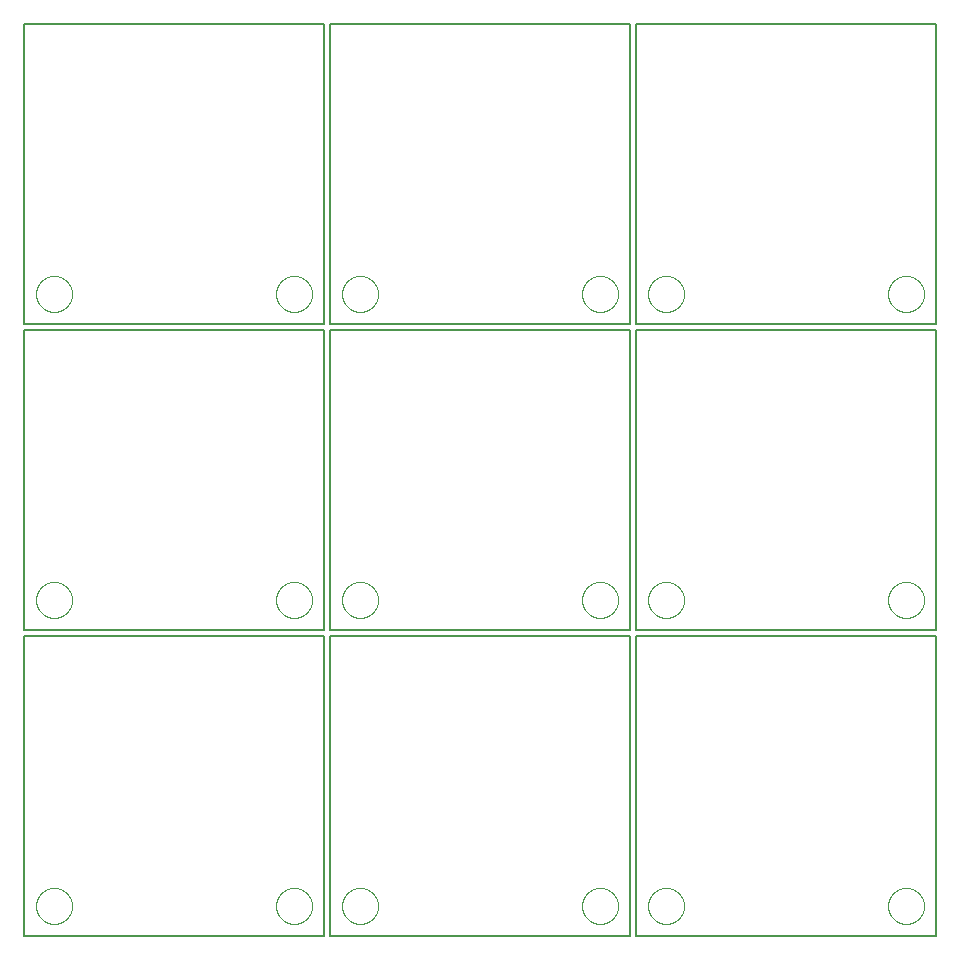
<source format=gko>
G75*
%MOIN*%
%OFA0B0*%
%FSLAX25Y25*%
%IPPOS*%
%LPD*%
%AMOC8*
5,1,8,0,0,1.08239X$1,22.5*
%
%ADD10C,0.00800*%
%ADD11C,0.00000*%
D10*
X0005934Y0005060D02*
X0105934Y0005060D01*
X0105934Y0105060D01*
X0005934Y0105060D01*
X0005934Y0005060D01*
X0107934Y0005060D02*
X0207934Y0005060D01*
X0207934Y0105060D01*
X0107934Y0105060D01*
X0107934Y0005060D01*
X0209934Y0005060D02*
X0309934Y0005060D01*
X0309934Y0105060D01*
X0209934Y0105060D01*
X0209934Y0005060D01*
X0209934Y0107060D02*
X0309934Y0107060D01*
X0309934Y0207060D01*
X0209934Y0207060D01*
X0209934Y0107060D01*
X0207934Y0107060D02*
X0107934Y0107060D01*
X0107934Y0207060D01*
X0207934Y0207060D01*
X0207934Y0107060D01*
X0105934Y0107060D02*
X0005934Y0107060D01*
X0005934Y0207060D01*
X0105934Y0207060D01*
X0105934Y0107060D01*
X0105934Y0209060D02*
X0005934Y0209060D01*
X0005934Y0309060D01*
X0105934Y0309060D01*
X0105934Y0209060D01*
X0107934Y0209060D02*
X0207934Y0209060D01*
X0207934Y0309060D01*
X0107934Y0309060D01*
X0107934Y0209060D01*
X0209934Y0209060D02*
X0309934Y0209060D01*
X0309934Y0309060D01*
X0209934Y0309060D01*
X0209934Y0209060D01*
D11*
X0213934Y0219060D02*
X0213936Y0219214D01*
X0213942Y0219369D01*
X0213952Y0219523D01*
X0213966Y0219677D01*
X0213984Y0219830D01*
X0214005Y0219983D01*
X0214031Y0220136D01*
X0214061Y0220287D01*
X0214094Y0220438D01*
X0214132Y0220588D01*
X0214173Y0220737D01*
X0214218Y0220885D01*
X0214267Y0221031D01*
X0214320Y0221177D01*
X0214376Y0221320D01*
X0214436Y0221463D01*
X0214500Y0221603D01*
X0214567Y0221743D01*
X0214638Y0221880D01*
X0214712Y0222015D01*
X0214790Y0222149D01*
X0214871Y0222280D01*
X0214956Y0222409D01*
X0215044Y0222537D01*
X0215135Y0222661D01*
X0215229Y0222784D01*
X0215327Y0222904D01*
X0215427Y0223021D01*
X0215531Y0223136D01*
X0215637Y0223248D01*
X0215746Y0223357D01*
X0215858Y0223463D01*
X0215973Y0223567D01*
X0216090Y0223667D01*
X0216210Y0223765D01*
X0216333Y0223859D01*
X0216457Y0223950D01*
X0216585Y0224038D01*
X0216714Y0224123D01*
X0216845Y0224204D01*
X0216979Y0224282D01*
X0217114Y0224356D01*
X0217251Y0224427D01*
X0217391Y0224494D01*
X0217531Y0224558D01*
X0217674Y0224618D01*
X0217817Y0224674D01*
X0217963Y0224727D01*
X0218109Y0224776D01*
X0218257Y0224821D01*
X0218406Y0224862D01*
X0218556Y0224900D01*
X0218707Y0224933D01*
X0218858Y0224963D01*
X0219011Y0224989D01*
X0219164Y0225010D01*
X0219317Y0225028D01*
X0219471Y0225042D01*
X0219625Y0225052D01*
X0219780Y0225058D01*
X0219934Y0225060D01*
X0220088Y0225058D01*
X0220243Y0225052D01*
X0220397Y0225042D01*
X0220551Y0225028D01*
X0220704Y0225010D01*
X0220857Y0224989D01*
X0221010Y0224963D01*
X0221161Y0224933D01*
X0221312Y0224900D01*
X0221462Y0224862D01*
X0221611Y0224821D01*
X0221759Y0224776D01*
X0221905Y0224727D01*
X0222051Y0224674D01*
X0222194Y0224618D01*
X0222337Y0224558D01*
X0222477Y0224494D01*
X0222617Y0224427D01*
X0222754Y0224356D01*
X0222889Y0224282D01*
X0223023Y0224204D01*
X0223154Y0224123D01*
X0223283Y0224038D01*
X0223411Y0223950D01*
X0223535Y0223859D01*
X0223658Y0223765D01*
X0223778Y0223667D01*
X0223895Y0223567D01*
X0224010Y0223463D01*
X0224122Y0223357D01*
X0224231Y0223248D01*
X0224337Y0223136D01*
X0224441Y0223021D01*
X0224541Y0222904D01*
X0224639Y0222784D01*
X0224733Y0222661D01*
X0224824Y0222537D01*
X0224912Y0222409D01*
X0224997Y0222280D01*
X0225078Y0222149D01*
X0225156Y0222015D01*
X0225230Y0221880D01*
X0225301Y0221743D01*
X0225368Y0221603D01*
X0225432Y0221463D01*
X0225492Y0221320D01*
X0225548Y0221177D01*
X0225601Y0221031D01*
X0225650Y0220885D01*
X0225695Y0220737D01*
X0225736Y0220588D01*
X0225774Y0220438D01*
X0225807Y0220287D01*
X0225837Y0220136D01*
X0225863Y0219983D01*
X0225884Y0219830D01*
X0225902Y0219677D01*
X0225916Y0219523D01*
X0225926Y0219369D01*
X0225932Y0219214D01*
X0225934Y0219060D01*
X0225932Y0218906D01*
X0225926Y0218751D01*
X0225916Y0218597D01*
X0225902Y0218443D01*
X0225884Y0218290D01*
X0225863Y0218137D01*
X0225837Y0217984D01*
X0225807Y0217833D01*
X0225774Y0217682D01*
X0225736Y0217532D01*
X0225695Y0217383D01*
X0225650Y0217235D01*
X0225601Y0217089D01*
X0225548Y0216943D01*
X0225492Y0216800D01*
X0225432Y0216657D01*
X0225368Y0216517D01*
X0225301Y0216377D01*
X0225230Y0216240D01*
X0225156Y0216105D01*
X0225078Y0215971D01*
X0224997Y0215840D01*
X0224912Y0215711D01*
X0224824Y0215583D01*
X0224733Y0215459D01*
X0224639Y0215336D01*
X0224541Y0215216D01*
X0224441Y0215099D01*
X0224337Y0214984D01*
X0224231Y0214872D01*
X0224122Y0214763D01*
X0224010Y0214657D01*
X0223895Y0214553D01*
X0223778Y0214453D01*
X0223658Y0214355D01*
X0223535Y0214261D01*
X0223411Y0214170D01*
X0223283Y0214082D01*
X0223154Y0213997D01*
X0223023Y0213916D01*
X0222889Y0213838D01*
X0222754Y0213764D01*
X0222617Y0213693D01*
X0222477Y0213626D01*
X0222337Y0213562D01*
X0222194Y0213502D01*
X0222051Y0213446D01*
X0221905Y0213393D01*
X0221759Y0213344D01*
X0221611Y0213299D01*
X0221462Y0213258D01*
X0221312Y0213220D01*
X0221161Y0213187D01*
X0221010Y0213157D01*
X0220857Y0213131D01*
X0220704Y0213110D01*
X0220551Y0213092D01*
X0220397Y0213078D01*
X0220243Y0213068D01*
X0220088Y0213062D01*
X0219934Y0213060D01*
X0219780Y0213062D01*
X0219625Y0213068D01*
X0219471Y0213078D01*
X0219317Y0213092D01*
X0219164Y0213110D01*
X0219011Y0213131D01*
X0218858Y0213157D01*
X0218707Y0213187D01*
X0218556Y0213220D01*
X0218406Y0213258D01*
X0218257Y0213299D01*
X0218109Y0213344D01*
X0217963Y0213393D01*
X0217817Y0213446D01*
X0217674Y0213502D01*
X0217531Y0213562D01*
X0217391Y0213626D01*
X0217251Y0213693D01*
X0217114Y0213764D01*
X0216979Y0213838D01*
X0216845Y0213916D01*
X0216714Y0213997D01*
X0216585Y0214082D01*
X0216457Y0214170D01*
X0216333Y0214261D01*
X0216210Y0214355D01*
X0216090Y0214453D01*
X0215973Y0214553D01*
X0215858Y0214657D01*
X0215746Y0214763D01*
X0215637Y0214872D01*
X0215531Y0214984D01*
X0215427Y0215099D01*
X0215327Y0215216D01*
X0215229Y0215336D01*
X0215135Y0215459D01*
X0215044Y0215583D01*
X0214956Y0215711D01*
X0214871Y0215840D01*
X0214790Y0215971D01*
X0214712Y0216105D01*
X0214638Y0216240D01*
X0214567Y0216377D01*
X0214500Y0216517D01*
X0214436Y0216657D01*
X0214376Y0216800D01*
X0214320Y0216943D01*
X0214267Y0217089D01*
X0214218Y0217235D01*
X0214173Y0217383D01*
X0214132Y0217532D01*
X0214094Y0217682D01*
X0214061Y0217833D01*
X0214031Y0217984D01*
X0214005Y0218137D01*
X0213984Y0218290D01*
X0213966Y0218443D01*
X0213952Y0218597D01*
X0213942Y0218751D01*
X0213936Y0218906D01*
X0213934Y0219060D01*
X0191934Y0219060D02*
X0191936Y0219214D01*
X0191942Y0219369D01*
X0191952Y0219523D01*
X0191966Y0219677D01*
X0191984Y0219830D01*
X0192005Y0219983D01*
X0192031Y0220136D01*
X0192061Y0220287D01*
X0192094Y0220438D01*
X0192132Y0220588D01*
X0192173Y0220737D01*
X0192218Y0220885D01*
X0192267Y0221031D01*
X0192320Y0221177D01*
X0192376Y0221320D01*
X0192436Y0221463D01*
X0192500Y0221603D01*
X0192567Y0221743D01*
X0192638Y0221880D01*
X0192712Y0222015D01*
X0192790Y0222149D01*
X0192871Y0222280D01*
X0192956Y0222409D01*
X0193044Y0222537D01*
X0193135Y0222661D01*
X0193229Y0222784D01*
X0193327Y0222904D01*
X0193427Y0223021D01*
X0193531Y0223136D01*
X0193637Y0223248D01*
X0193746Y0223357D01*
X0193858Y0223463D01*
X0193973Y0223567D01*
X0194090Y0223667D01*
X0194210Y0223765D01*
X0194333Y0223859D01*
X0194457Y0223950D01*
X0194585Y0224038D01*
X0194714Y0224123D01*
X0194845Y0224204D01*
X0194979Y0224282D01*
X0195114Y0224356D01*
X0195251Y0224427D01*
X0195391Y0224494D01*
X0195531Y0224558D01*
X0195674Y0224618D01*
X0195817Y0224674D01*
X0195963Y0224727D01*
X0196109Y0224776D01*
X0196257Y0224821D01*
X0196406Y0224862D01*
X0196556Y0224900D01*
X0196707Y0224933D01*
X0196858Y0224963D01*
X0197011Y0224989D01*
X0197164Y0225010D01*
X0197317Y0225028D01*
X0197471Y0225042D01*
X0197625Y0225052D01*
X0197780Y0225058D01*
X0197934Y0225060D01*
X0198088Y0225058D01*
X0198243Y0225052D01*
X0198397Y0225042D01*
X0198551Y0225028D01*
X0198704Y0225010D01*
X0198857Y0224989D01*
X0199010Y0224963D01*
X0199161Y0224933D01*
X0199312Y0224900D01*
X0199462Y0224862D01*
X0199611Y0224821D01*
X0199759Y0224776D01*
X0199905Y0224727D01*
X0200051Y0224674D01*
X0200194Y0224618D01*
X0200337Y0224558D01*
X0200477Y0224494D01*
X0200617Y0224427D01*
X0200754Y0224356D01*
X0200889Y0224282D01*
X0201023Y0224204D01*
X0201154Y0224123D01*
X0201283Y0224038D01*
X0201411Y0223950D01*
X0201535Y0223859D01*
X0201658Y0223765D01*
X0201778Y0223667D01*
X0201895Y0223567D01*
X0202010Y0223463D01*
X0202122Y0223357D01*
X0202231Y0223248D01*
X0202337Y0223136D01*
X0202441Y0223021D01*
X0202541Y0222904D01*
X0202639Y0222784D01*
X0202733Y0222661D01*
X0202824Y0222537D01*
X0202912Y0222409D01*
X0202997Y0222280D01*
X0203078Y0222149D01*
X0203156Y0222015D01*
X0203230Y0221880D01*
X0203301Y0221743D01*
X0203368Y0221603D01*
X0203432Y0221463D01*
X0203492Y0221320D01*
X0203548Y0221177D01*
X0203601Y0221031D01*
X0203650Y0220885D01*
X0203695Y0220737D01*
X0203736Y0220588D01*
X0203774Y0220438D01*
X0203807Y0220287D01*
X0203837Y0220136D01*
X0203863Y0219983D01*
X0203884Y0219830D01*
X0203902Y0219677D01*
X0203916Y0219523D01*
X0203926Y0219369D01*
X0203932Y0219214D01*
X0203934Y0219060D01*
X0203932Y0218906D01*
X0203926Y0218751D01*
X0203916Y0218597D01*
X0203902Y0218443D01*
X0203884Y0218290D01*
X0203863Y0218137D01*
X0203837Y0217984D01*
X0203807Y0217833D01*
X0203774Y0217682D01*
X0203736Y0217532D01*
X0203695Y0217383D01*
X0203650Y0217235D01*
X0203601Y0217089D01*
X0203548Y0216943D01*
X0203492Y0216800D01*
X0203432Y0216657D01*
X0203368Y0216517D01*
X0203301Y0216377D01*
X0203230Y0216240D01*
X0203156Y0216105D01*
X0203078Y0215971D01*
X0202997Y0215840D01*
X0202912Y0215711D01*
X0202824Y0215583D01*
X0202733Y0215459D01*
X0202639Y0215336D01*
X0202541Y0215216D01*
X0202441Y0215099D01*
X0202337Y0214984D01*
X0202231Y0214872D01*
X0202122Y0214763D01*
X0202010Y0214657D01*
X0201895Y0214553D01*
X0201778Y0214453D01*
X0201658Y0214355D01*
X0201535Y0214261D01*
X0201411Y0214170D01*
X0201283Y0214082D01*
X0201154Y0213997D01*
X0201023Y0213916D01*
X0200889Y0213838D01*
X0200754Y0213764D01*
X0200617Y0213693D01*
X0200477Y0213626D01*
X0200337Y0213562D01*
X0200194Y0213502D01*
X0200051Y0213446D01*
X0199905Y0213393D01*
X0199759Y0213344D01*
X0199611Y0213299D01*
X0199462Y0213258D01*
X0199312Y0213220D01*
X0199161Y0213187D01*
X0199010Y0213157D01*
X0198857Y0213131D01*
X0198704Y0213110D01*
X0198551Y0213092D01*
X0198397Y0213078D01*
X0198243Y0213068D01*
X0198088Y0213062D01*
X0197934Y0213060D01*
X0197780Y0213062D01*
X0197625Y0213068D01*
X0197471Y0213078D01*
X0197317Y0213092D01*
X0197164Y0213110D01*
X0197011Y0213131D01*
X0196858Y0213157D01*
X0196707Y0213187D01*
X0196556Y0213220D01*
X0196406Y0213258D01*
X0196257Y0213299D01*
X0196109Y0213344D01*
X0195963Y0213393D01*
X0195817Y0213446D01*
X0195674Y0213502D01*
X0195531Y0213562D01*
X0195391Y0213626D01*
X0195251Y0213693D01*
X0195114Y0213764D01*
X0194979Y0213838D01*
X0194845Y0213916D01*
X0194714Y0213997D01*
X0194585Y0214082D01*
X0194457Y0214170D01*
X0194333Y0214261D01*
X0194210Y0214355D01*
X0194090Y0214453D01*
X0193973Y0214553D01*
X0193858Y0214657D01*
X0193746Y0214763D01*
X0193637Y0214872D01*
X0193531Y0214984D01*
X0193427Y0215099D01*
X0193327Y0215216D01*
X0193229Y0215336D01*
X0193135Y0215459D01*
X0193044Y0215583D01*
X0192956Y0215711D01*
X0192871Y0215840D01*
X0192790Y0215971D01*
X0192712Y0216105D01*
X0192638Y0216240D01*
X0192567Y0216377D01*
X0192500Y0216517D01*
X0192436Y0216657D01*
X0192376Y0216800D01*
X0192320Y0216943D01*
X0192267Y0217089D01*
X0192218Y0217235D01*
X0192173Y0217383D01*
X0192132Y0217532D01*
X0192094Y0217682D01*
X0192061Y0217833D01*
X0192031Y0217984D01*
X0192005Y0218137D01*
X0191984Y0218290D01*
X0191966Y0218443D01*
X0191952Y0218597D01*
X0191942Y0218751D01*
X0191936Y0218906D01*
X0191934Y0219060D01*
X0111934Y0219060D02*
X0111936Y0219214D01*
X0111942Y0219369D01*
X0111952Y0219523D01*
X0111966Y0219677D01*
X0111984Y0219830D01*
X0112005Y0219983D01*
X0112031Y0220136D01*
X0112061Y0220287D01*
X0112094Y0220438D01*
X0112132Y0220588D01*
X0112173Y0220737D01*
X0112218Y0220885D01*
X0112267Y0221031D01*
X0112320Y0221177D01*
X0112376Y0221320D01*
X0112436Y0221463D01*
X0112500Y0221603D01*
X0112567Y0221743D01*
X0112638Y0221880D01*
X0112712Y0222015D01*
X0112790Y0222149D01*
X0112871Y0222280D01*
X0112956Y0222409D01*
X0113044Y0222537D01*
X0113135Y0222661D01*
X0113229Y0222784D01*
X0113327Y0222904D01*
X0113427Y0223021D01*
X0113531Y0223136D01*
X0113637Y0223248D01*
X0113746Y0223357D01*
X0113858Y0223463D01*
X0113973Y0223567D01*
X0114090Y0223667D01*
X0114210Y0223765D01*
X0114333Y0223859D01*
X0114457Y0223950D01*
X0114585Y0224038D01*
X0114714Y0224123D01*
X0114845Y0224204D01*
X0114979Y0224282D01*
X0115114Y0224356D01*
X0115251Y0224427D01*
X0115391Y0224494D01*
X0115531Y0224558D01*
X0115674Y0224618D01*
X0115817Y0224674D01*
X0115963Y0224727D01*
X0116109Y0224776D01*
X0116257Y0224821D01*
X0116406Y0224862D01*
X0116556Y0224900D01*
X0116707Y0224933D01*
X0116858Y0224963D01*
X0117011Y0224989D01*
X0117164Y0225010D01*
X0117317Y0225028D01*
X0117471Y0225042D01*
X0117625Y0225052D01*
X0117780Y0225058D01*
X0117934Y0225060D01*
X0118088Y0225058D01*
X0118243Y0225052D01*
X0118397Y0225042D01*
X0118551Y0225028D01*
X0118704Y0225010D01*
X0118857Y0224989D01*
X0119010Y0224963D01*
X0119161Y0224933D01*
X0119312Y0224900D01*
X0119462Y0224862D01*
X0119611Y0224821D01*
X0119759Y0224776D01*
X0119905Y0224727D01*
X0120051Y0224674D01*
X0120194Y0224618D01*
X0120337Y0224558D01*
X0120477Y0224494D01*
X0120617Y0224427D01*
X0120754Y0224356D01*
X0120889Y0224282D01*
X0121023Y0224204D01*
X0121154Y0224123D01*
X0121283Y0224038D01*
X0121411Y0223950D01*
X0121535Y0223859D01*
X0121658Y0223765D01*
X0121778Y0223667D01*
X0121895Y0223567D01*
X0122010Y0223463D01*
X0122122Y0223357D01*
X0122231Y0223248D01*
X0122337Y0223136D01*
X0122441Y0223021D01*
X0122541Y0222904D01*
X0122639Y0222784D01*
X0122733Y0222661D01*
X0122824Y0222537D01*
X0122912Y0222409D01*
X0122997Y0222280D01*
X0123078Y0222149D01*
X0123156Y0222015D01*
X0123230Y0221880D01*
X0123301Y0221743D01*
X0123368Y0221603D01*
X0123432Y0221463D01*
X0123492Y0221320D01*
X0123548Y0221177D01*
X0123601Y0221031D01*
X0123650Y0220885D01*
X0123695Y0220737D01*
X0123736Y0220588D01*
X0123774Y0220438D01*
X0123807Y0220287D01*
X0123837Y0220136D01*
X0123863Y0219983D01*
X0123884Y0219830D01*
X0123902Y0219677D01*
X0123916Y0219523D01*
X0123926Y0219369D01*
X0123932Y0219214D01*
X0123934Y0219060D01*
X0123932Y0218906D01*
X0123926Y0218751D01*
X0123916Y0218597D01*
X0123902Y0218443D01*
X0123884Y0218290D01*
X0123863Y0218137D01*
X0123837Y0217984D01*
X0123807Y0217833D01*
X0123774Y0217682D01*
X0123736Y0217532D01*
X0123695Y0217383D01*
X0123650Y0217235D01*
X0123601Y0217089D01*
X0123548Y0216943D01*
X0123492Y0216800D01*
X0123432Y0216657D01*
X0123368Y0216517D01*
X0123301Y0216377D01*
X0123230Y0216240D01*
X0123156Y0216105D01*
X0123078Y0215971D01*
X0122997Y0215840D01*
X0122912Y0215711D01*
X0122824Y0215583D01*
X0122733Y0215459D01*
X0122639Y0215336D01*
X0122541Y0215216D01*
X0122441Y0215099D01*
X0122337Y0214984D01*
X0122231Y0214872D01*
X0122122Y0214763D01*
X0122010Y0214657D01*
X0121895Y0214553D01*
X0121778Y0214453D01*
X0121658Y0214355D01*
X0121535Y0214261D01*
X0121411Y0214170D01*
X0121283Y0214082D01*
X0121154Y0213997D01*
X0121023Y0213916D01*
X0120889Y0213838D01*
X0120754Y0213764D01*
X0120617Y0213693D01*
X0120477Y0213626D01*
X0120337Y0213562D01*
X0120194Y0213502D01*
X0120051Y0213446D01*
X0119905Y0213393D01*
X0119759Y0213344D01*
X0119611Y0213299D01*
X0119462Y0213258D01*
X0119312Y0213220D01*
X0119161Y0213187D01*
X0119010Y0213157D01*
X0118857Y0213131D01*
X0118704Y0213110D01*
X0118551Y0213092D01*
X0118397Y0213078D01*
X0118243Y0213068D01*
X0118088Y0213062D01*
X0117934Y0213060D01*
X0117780Y0213062D01*
X0117625Y0213068D01*
X0117471Y0213078D01*
X0117317Y0213092D01*
X0117164Y0213110D01*
X0117011Y0213131D01*
X0116858Y0213157D01*
X0116707Y0213187D01*
X0116556Y0213220D01*
X0116406Y0213258D01*
X0116257Y0213299D01*
X0116109Y0213344D01*
X0115963Y0213393D01*
X0115817Y0213446D01*
X0115674Y0213502D01*
X0115531Y0213562D01*
X0115391Y0213626D01*
X0115251Y0213693D01*
X0115114Y0213764D01*
X0114979Y0213838D01*
X0114845Y0213916D01*
X0114714Y0213997D01*
X0114585Y0214082D01*
X0114457Y0214170D01*
X0114333Y0214261D01*
X0114210Y0214355D01*
X0114090Y0214453D01*
X0113973Y0214553D01*
X0113858Y0214657D01*
X0113746Y0214763D01*
X0113637Y0214872D01*
X0113531Y0214984D01*
X0113427Y0215099D01*
X0113327Y0215216D01*
X0113229Y0215336D01*
X0113135Y0215459D01*
X0113044Y0215583D01*
X0112956Y0215711D01*
X0112871Y0215840D01*
X0112790Y0215971D01*
X0112712Y0216105D01*
X0112638Y0216240D01*
X0112567Y0216377D01*
X0112500Y0216517D01*
X0112436Y0216657D01*
X0112376Y0216800D01*
X0112320Y0216943D01*
X0112267Y0217089D01*
X0112218Y0217235D01*
X0112173Y0217383D01*
X0112132Y0217532D01*
X0112094Y0217682D01*
X0112061Y0217833D01*
X0112031Y0217984D01*
X0112005Y0218137D01*
X0111984Y0218290D01*
X0111966Y0218443D01*
X0111952Y0218597D01*
X0111942Y0218751D01*
X0111936Y0218906D01*
X0111934Y0219060D01*
X0089934Y0219060D02*
X0089936Y0219214D01*
X0089942Y0219369D01*
X0089952Y0219523D01*
X0089966Y0219677D01*
X0089984Y0219830D01*
X0090005Y0219983D01*
X0090031Y0220136D01*
X0090061Y0220287D01*
X0090094Y0220438D01*
X0090132Y0220588D01*
X0090173Y0220737D01*
X0090218Y0220885D01*
X0090267Y0221031D01*
X0090320Y0221177D01*
X0090376Y0221320D01*
X0090436Y0221463D01*
X0090500Y0221603D01*
X0090567Y0221743D01*
X0090638Y0221880D01*
X0090712Y0222015D01*
X0090790Y0222149D01*
X0090871Y0222280D01*
X0090956Y0222409D01*
X0091044Y0222537D01*
X0091135Y0222661D01*
X0091229Y0222784D01*
X0091327Y0222904D01*
X0091427Y0223021D01*
X0091531Y0223136D01*
X0091637Y0223248D01*
X0091746Y0223357D01*
X0091858Y0223463D01*
X0091973Y0223567D01*
X0092090Y0223667D01*
X0092210Y0223765D01*
X0092333Y0223859D01*
X0092457Y0223950D01*
X0092585Y0224038D01*
X0092714Y0224123D01*
X0092845Y0224204D01*
X0092979Y0224282D01*
X0093114Y0224356D01*
X0093251Y0224427D01*
X0093391Y0224494D01*
X0093531Y0224558D01*
X0093674Y0224618D01*
X0093817Y0224674D01*
X0093963Y0224727D01*
X0094109Y0224776D01*
X0094257Y0224821D01*
X0094406Y0224862D01*
X0094556Y0224900D01*
X0094707Y0224933D01*
X0094858Y0224963D01*
X0095011Y0224989D01*
X0095164Y0225010D01*
X0095317Y0225028D01*
X0095471Y0225042D01*
X0095625Y0225052D01*
X0095780Y0225058D01*
X0095934Y0225060D01*
X0096088Y0225058D01*
X0096243Y0225052D01*
X0096397Y0225042D01*
X0096551Y0225028D01*
X0096704Y0225010D01*
X0096857Y0224989D01*
X0097010Y0224963D01*
X0097161Y0224933D01*
X0097312Y0224900D01*
X0097462Y0224862D01*
X0097611Y0224821D01*
X0097759Y0224776D01*
X0097905Y0224727D01*
X0098051Y0224674D01*
X0098194Y0224618D01*
X0098337Y0224558D01*
X0098477Y0224494D01*
X0098617Y0224427D01*
X0098754Y0224356D01*
X0098889Y0224282D01*
X0099023Y0224204D01*
X0099154Y0224123D01*
X0099283Y0224038D01*
X0099411Y0223950D01*
X0099535Y0223859D01*
X0099658Y0223765D01*
X0099778Y0223667D01*
X0099895Y0223567D01*
X0100010Y0223463D01*
X0100122Y0223357D01*
X0100231Y0223248D01*
X0100337Y0223136D01*
X0100441Y0223021D01*
X0100541Y0222904D01*
X0100639Y0222784D01*
X0100733Y0222661D01*
X0100824Y0222537D01*
X0100912Y0222409D01*
X0100997Y0222280D01*
X0101078Y0222149D01*
X0101156Y0222015D01*
X0101230Y0221880D01*
X0101301Y0221743D01*
X0101368Y0221603D01*
X0101432Y0221463D01*
X0101492Y0221320D01*
X0101548Y0221177D01*
X0101601Y0221031D01*
X0101650Y0220885D01*
X0101695Y0220737D01*
X0101736Y0220588D01*
X0101774Y0220438D01*
X0101807Y0220287D01*
X0101837Y0220136D01*
X0101863Y0219983D01*
X0101884Y0219830D01*
X0101902Y0219677D01*
X0101916Y0219523D01*
X0101926Y0219369D01*
X0101932Y0219214D01*
X0101934Y0219060D01*
X0101932Y0218906D01*
X0101926Y0218751D01*
X0101916Y0218597D01*
X0101902Y0218443D01*
X0101884Y0218290D01*
X0101863Y0218137D01*
X0101837Y0217984D01*
X0101807Y0217833D01*
X0101774Y0217682D01*
X0101736Y0217532D01*
X0101695Y0217383D01*
X0101650Y0217235D01*
X0101601Y0217089D01*
X0101548Y0216943D01*
X0101492Y0216800D01*
X0101432Y0216657D01*
X0101368Y0216517D01*
X0101301Y0216377D01*
X0101230Y0216240D01*
X0101156Y0216105D01*
X0101078Y0215971D01*
X0100997Y0215840D01*
X0100912Y0215711D01*
X0100824Y0215583D01*
X0100733Y0215459D01*
X0100639Y0215336D01*
X0100541Y0215216D01*
X0100441Y0215099D01*
X0100337Y0214984D01*
X0100231Y0214872D01*
X0100122Y0214763D01*
X0100010Y0214657D01*
X0099895Y0214553D01*
X0099778Y0214453D01*
X0099658Y0214355D01*
X0099535Y0214261D01*
X0099411Y0214170D01*
X0099283Y0214082D01*
X0099154Y0213997D01*
X0099023Y0213916D01*
X0098889Y0213838D01*
X0098754Y0213764D01*
X0098617Y0213693D01*
X0098477Y0213626D01*
X0098337Y0213562D01*
X0098194Y0213502D01*
X0098051Y0213446D01*
X0097905Y0213393D01*
X0097759Y0213344D01*
X0097611Y0213299D01*
X0097462Y0213258D01*
X0097312Y0213220D01*
X0097161Y0213187D01*
X0097010Y0213157D01*
X0096857Y0213131D01*
X0096704Y0213110D01*
X0096551Y0213092D01*
X0096397Y0213078D01*
X0096243Y0213068D01*
X0096088Y0213062D01*
X0095934Y0213060D01*
X0095780Y0213062D01*
X0095625Y0213068D01*
X0095471Y0213078D01*
X0095317Y0213092D01*
X0095164Y0213110D01*
X0095011Y0213131D01*
X0094858Y0213157D01*
X0094707Y0213187D01*
X0094556Y0213220D01*
X0094406Y0213258D01*
X0094257Y0213299D01*
X0094109Y0213344D01*
X0093963Y0213393D01*
X0093817Y0213446D01*
X0093674Y0213502D01*
X0093531Y0213562D01*
X0093391Y0213626D01*
X0093251Y0213693D01*
X0093114Y0213764D01*
X0092979Y0213838D01*
X0092845Y0213916D01*
X0092714Y0213997D01*
X0092585Y0214082D01*
X0092457Y0214170D01*
X0092333Y0214261D01*
X0092210Y0214355D01*
X0092090Y0214453D01*
X0091973Y0214553D01*
X0091858Y0214657D01*
X0091746Y0214763D01*
X0091637Y0214872D01*
X0091531Y0214984D01*
X0091427Y0215099D01*
X0091327Y0215216D01*
X0091229Y0215336D01*
X0091135Y0215459D01*
X0091044Y0215583D01*
X0090956Y0215711D01*
X0090871Y0215840D01*
X0090790Y0215971D01*
X0090712Y0216105D01*
X0090638Y0216240D01*
X0090567Y0216377D01*
X0090500Y0216517D01*
X0090436Y0216657D01*
X0090376Y0216800D01*
X0090320Y0216943D01*
X0090267Y0217089D01*
X0090218Y0217235D01*
X0090173Y0217383D01*
X0090132Y0217532D01*
X0090094Y0217682D01*
X0090061Y0217833D01*
X0090031Y0217984D01*
X0090005Y0218137D01*
X0089984Y0218290D01*
X0089966Y0218443D01*
X0089952Y0218597D01*
X0089942Y0218751D01*
X0089936Y0218906D01*
X0089934Y0219060D01*
X0009934Y0219060D02*
X0009936Y0219214D01*
X0009942Y0219369D01*
X0009952Y0219523D01*
X0009966Y0219677D01*
X0009984Y0219830D01*
X0010005Y0219983D01*
X0010031Y0220136D01*
X0010061Y0220287D01*
X0010094Y0220438D01*
X0010132Y0220588D01*
X0010173Y0220737D01*
X0010218Y0220885D01*
X0010267Y0221031D01*
X0010320Y0221177D01*
X0010376Y0221320D01*
X0010436Y0221463D01*
X0010500Y0221603D01*
X0010567Y0221743D01*
X0010638Y0221880D01*
X0010712Y0222015D01*
X0010790Y0222149D01*
X0010871Y0222280D01*
X0010956Y0222409D01*
X0011044Y0222537D01*
X0011135Y0222661D01*
X0011229Y0222784D01*
X0011327Y0222904D01*
X0011427Y0223021D01*
X0011531Y0223136D01*
X0011637Y0223248D01*
X0011746Y0223357D01*
X0011858Y0223463D01*
X0011973Y0223567D01*
X0012090Y0223667D01*
X0012210Y0223765D01*
X0012333Y0223859D01*
X0012457Y0223950D01*
X0012585Y0224038D01*
X0012714Y0224123D01*
X0012845Y0224204D01*
X0012979Y0224282D01*
X0013114Y0224356D01*
X0013251Y0224427D01*
X0013391Y0224494D01*
X0013531Y0224558D01*
X0013674Y0224618D01*
X0013817Y0224674D01*
X0013963Y0224727D01*
X0014109Y0224776D01*
X0014257Y0224821D01*
X0014406Y0224862D01*
X0014556Y0224900D01*
X0014707Y0224933D01*
X0014858Y0224963D01*
X0015011Y0224989D01*
X0015164Y0225010D01*
X0015317Y0225028D01*
X0015471Y0225042D01*
X0015625Y0225052D01*
X0015780Y0225058D01*
X0015934Y0225060D01*
X0016088Y0225058D01*
X0016243Y0225052D01*
X0016397Y0225042D01*
X0016551Y0225028D01*
X0016704Y0225010D01*
X0016857Y0224989D01*
X0017010Y0224963D01*
X0017161Y0224933D01*
X0017312Y0224900D01*
X0017462Y0224862D01*
X0017611Y0224821D01*
X0017759Y0224776D01*
X0017905Y0224727D01*
X0018051Y0224674D01*
X0018194Y0224618D01*
X0018337Y0224558D01*
X0018477Y0224494D01*
X0018617Y0224427D01*
X0018754Y0224356D01*
X0018889Y0224282D01*
X0019023Y0224204D01*
X0019154Y0224123D01*
X0019283Y0224038D01*
X0019411Y0223950D01*
X0019535Y0223859D01*
X0019658Y0223765D01*
X0019778Y0223667D01*
X0019895Y0223567D01*
X0020010Y0223463D01*
X0020122Y0223357D01*
X0020231Y0223248D01*
X0020337Y0223136D01*
X0020441Y0223021D01*
X0020541Y0222904D01*
X0020639Y0222784D01*
X0020733Y0222661D01*
X0020824Y0222537D01*
X0020912Y0222409D01*
X0020997Y0222280D01*
X0021078Y0222149D01*
X0021156Y0222015D01*
X0021230Y0221880D01*
X0021301Y0221743D01*
X0021368Y0221603D01*
X0021432Y0221463D01*
X0021492Y0221320D01*
X0021548Y0221177D01*
X0021601Y0221031D01*
X0021650Y0220885D01*
X0021695Y0220737D01*
X0021736Y0220588D01*
X0021774Y0220438D01*
X0021807Y0220287D01*
X0021837Y0220136D01*
X0021863Y0219983D01*
X0021884Y0219830D01*
X0021902Y0219677D01*
X0021916Y0219523D01*
X0021926Y0219369D01*
X0021932Y0219214D01*
X0021934Y0219060D01*
X0021932Y0218906D01*
X0021926Y0218751D01*
X0021916Y0218597D01*
X0021902Y0218443D01*
X0021884Y0218290D01*
X0021863Y0218137D01*
X0021837Y0217984D01*
X0021807Y0217833D01*
X0021774Y0217682D01*
X0021736Y0217532D01*
X0021695Y0217383D01*
X0021650Y0217235D01*
X0021601Y0217089D01*
X0021548Y0216943D01*
X0021492Y0216800D01*
X0021432Y0216657D01*
X0021368Y0216517D01*
X0021301Y0216377D01*
X0021230Y0216240D01*
X0021156Y0216105D01*
X0021078Y0215971D01*
X0020997Y0215840D01*
X0020912Y0215711D01*
X0020824Y0215583D01*
X0020733Y0215459D01*
X0020639Y0215336D01*
X0020541Y0215216D01*
X0020441Y0215099D01*
X0020337Y0214984D01*
X0020231Y0214872D01*
X0020122Y0214763D01*
X0020010Y0214657D01*
X0019895Y0214553D01*
X0019778Y0214453D01*
X0019658Y0214355D01*
X0019535Y0214261D01*
X0019411Y0214170D01*
X0019283Y0214082D01*
X0019154Y0213997D01*
X0019023Y0213916D01*
X0018889Y0213838D01*
X0018754Y0213764D01*
X0018617Y0213693D01*
X0018477Y0213626D01*
X0018337Y0213562D01*
X0018194Y0213502D01*
X0018051Y0213446D01*
X0017905Y0213393D01*
X0017759Y0213344D01*
X0017611Y0213299D01*
X0017462Y0213258D01*
X0017312Y0213220D01*
X0017161Y0213187D01*
X0017010Y0213157D01*
X0016857Y0213131D01*
X0016704Y0213110D01*
X0016551Y0213092D01*
X0016397Y0213078D01*
X0016243Y0213068D01*
X0016088Y0213062D01*
X0015934Y0213060D01*
X0015780Y0213062D01*
X0015625Y0213068D01*
X0015471Y0213078D01*
X0015317Y0213092D01*
X0015164Y0213110D01*
X0015011Y0213131D01*
X0014858Y0213157D01*
X0014707Y0213187D01*
X0014556Y0213220D01*
X0014406Y0213258D01*
X0014257Y0213299D01*
X0014109Y0213344D01*
X0013963Y0213393D01*
X0013817Y0213446D01*
X0013674Y0213502D01*
X0013531Y0213562D01*
X0013391Y0213626D01*
X0013251Y0213693D01*
X0013114Y0213764D01*
X0012979Y0213838D01*
X0012845Y0213916D01*
X0012714Y0213997D01*
X0012585Y0214082D01*
X0012457Y0214170D01*
X0012333Y0214261D01*
X0012210Y0214355D01*
X0012090Y0214453D01*
X0011973Y0214553D01*
X0011858Y0214657D01*
X0011746Y0214763D01*
X0011637Y0214872D01*
X0011531Y0214984D01*
X0011427Y0215099D01*
X0011327Y0215216D01*
X0011229Y0215336D01*
X0011135Y0215459D01*
X0011044Y0215583D01*
X0010956Y0215711D01*
X0010871Y0215840D01*
X0010790Y0215971D01*
X0010712Y0216105D01*
X0010638Y0216240D01*
X0010567Y0216377D01*
X0010500Y0216517D01*
X0010436Y0216657D01*
X0010376Y0216800D01*
X0010320Y0216943D01*
X0010267Y0217089D01*
X0010218Y0217235D01*
X0010173Y0217383D01*
X0010132Y0217532D01*
X0010094Y0217682D01*
X0010061Y0217833D01*
X0010031Y0217984D01*
X0010005Y0218137D01*
X0009984Y0218290D01*
X0009966Y0218443D01*
X0009952Y0218597D01*
X0009942Y0218751D01*
X0009936Y0218906D01*
X0009934Y0219060D01*
X0009934Y0117060D02*
X0009936Y0117214D01*
X0009942Y0117369D01*
X0009952Y0117523D01*
X0009966Y0117677D01*
X0009984Y0117830D01*
X0010005Y0117983D01*
X0010031Y0118136D01*
X0010061Y0118287D01*
X0010094Y0118438D01*
X0010132Y0118588D01*
X0010173Y0118737D01*
X0010218Y0118885D01*
X0010267Y0119031D01*
X0010320Y0119177D01*
X0010376Y0119320D01*
X0010436Y0119463D01*
X0010500Y0119603D01*
X0010567Y0119743D01*
X0010638Y0119880D01*
X0010712Y0120015D01*
X0010790Y0120149D01*
X0010871Y0120280D01*
X0010956Y0120409D01*
X0011044Y0120537D01*
X0011135Y0120661D01*
X0011229Y0120784D01*
X0011327Y0120904D01*
X0011427Y0121021D01*
X0011531Y0121136D01*
X0011637Y0121248D01*
X0011746Y0121357D01*
X0011858Y0121463D01*
X0011973Y0121567D01*
X0012090Y0121667D01*
X0012210Y0121765D01*
X0012333Y0121859D01*
X0012457Y0121950D01*
X0012585Y0122038D01*
X0012714Y0122123D01*
X0012845Y0122204D01*
X0012979Y0122282D01*
X0013114Y0122356D01*
X0013251Y0122427D01*
X0013391Y0122494D01*
X0013531Y0122558D01*
X0013674Y0122618D01*
X0013817Y0122674D01*
X0013963Y0122727D01*
X0014109Y0122776D01*
X0014257Y0122821D01*
X0014406Y0122862D01*
X0014556Y0122900D01*
X0014707Y0122933D01*
X0014858Y0122963D01*
X0015011Y0122989D01*
X0015164Y0123010D01*
X0015317Y0123028D01*
X0015471Y0123042D01*
X0015625Y0123052D01*
X0015780Y0123058D01*
X0015934Y0123060D01*
X0016088Y0123058D01*
X0016243Y0123052D01*
X0016397Y0123042D01*
X0016551Y0123028D01*
X0016704Y0123010D01*
X0016857Y0122989D01*
X0017010Y0122963D01*
X0017161Y0122933D01*
X0017312Y0122900D01*
X0017462Y0122862D01*
X0017611Y0122821D01*
X0017759Y0122776D01*
X0017905Y0122727D01*
X0018051Y0122674D01*
X0018194Y0122618D01*
X0018337Y0122558D01*
X0018477Y0122494D01*
X0018617Y0122427D01*
X0018754Y0122356D01*
X0018889Y0122282D01*
X0019023Y0122204D01*
X0019154Y0122123D01*
X0019283Y0122038D01*
X0019411Y0121950D01*
X0019535Y0121859D01*
X0019658Y0121765D01*
X0019778Y0121667D01*
X0019895Y0121567D01*
X0020010Y0121463D01*
X0020122Y0121357D01*
X0020231Y0121248D01*
X0020337Y0121136D01*
X0020441Y0121021D01*
X0020541Y0120904D01*
X0020639Y0120784D01*
X0020733Y0120661D01*
X0020824Y0120537D01*
X0020912Y0120409D01*
X0020997Y0120280D01*
X0021078Y0120149D01*
X0021156Y0120015D01*
X0021230Y0119880D01*
X0021301Y0119743D01*
X0021368Y0119603D01*
X0021432Y0119463D01*
X0021492Y0119320D01*
X0021548Y0119177D01*
X0021601Y0119031D01*
X0021650Y0118885D01*
X0021695Y0118737D01*
X0021736Y0118588D01*
X0021774Y0118438D01*
X0021807Y0118287D01*
X0021837Y0118136D01*
X0021863Y0117983D01*
X0021884Y0117830D01*
X0021902Y0117677D01*
X0021916Y0117523D01*
X0021926Y0117369D01*
X0021932Y0117214D01*
X0021934Y0117060D01*
X0021932Y0116906D01*
X0021926Y0116751D01*
X0021916Y0116597D01*
X0021902Y0116443D01*
X0021884Y0116290D01*
X0021863Y0116137D01*
X0021837Y0115984D01*
X0021807Y0115833D01*
X0021774Y0115682D01*
X0021736Y0115532D01*
X0021695Y0115383D01*
X0021650Y0115235D01*
X0021601Y0115089D01*
X0021548Y0114943D01*
X0021492Y0114800D01*
X0021432Y0114657D01*
X0021368Y0114517D01*
X0021301Y0114377D01*
X0021230Y0114240D01*
X0021156Y0114105D01*
X0021078Y0113971D01*
X0020997Y0113840D01*
X0020912Y0113711D01*
X0020824Y0113583D01*
X0020733Y0113459D01*
X0020639Y0113336D01*
X0020541Y0113216D01*
X0020441Y0113099D01*
X0020337Y0112984D01*
X0020231Y0112872D01*
X0020122Y0112763D01*
X0020010Y0112657D01*
X0019895Y0112553D01*
X0019778Y0112453D01*
X0019658Y0112355D01*
X0019535Y0112261D01*
X0019411Y0112170D01*
X0019283Y0112082D01*
X0019154Y0111997D01*
X0019023Y0111916D01*
X0018889Y0111838D01*
X0018754Y0111764D01*
X0018617Y0111693D01*
X0018477Y0111626D01*
X0018337Y0111562D01*
X0018194Y0111502D01*
X0018051Y0111446D01*
X0017905Y0111393D01*
X0017759Y0111344D01*
X0017611Y0111299D01*
X0017462Y0111258D01*
X0017312Y0111220D01*
X0017161Y0111187D01*
X0017010Y0111157D01*
X0016857Y0111131D01*
X0016704Y0111110D01*
X0016551Y0111092D01*
X0016397Y0111078D01*
X0016243Y0111068D01*
X0016088Y0111062D01*
X0015934Y0111060D01*
X0015780Y0111062D01*
X0015625Y0111068D01*
X0015471Y0111078D01*
X0015317Y0111092D01*
X0015164Y0111110D01*
X0015011Y0111131D01*
X0014858Y0111157D01*
X0014707Y0111187D01*
X0014556Y0111220D01*
X0014406Y0111258D01*
X0014257Y0111299D01*
X0014109Y0111344D01*
X0013963Y0111393D01*
X0013817Y0111446D01*
X0013674Y0111502D01*
X0013531Y0111562D01*
X0013391Y0111626D01*
X0013251Y0111693D01*
X0013114Y0111764D01*
X0012979Y0111838D01*
X0012845Y0111916D01*
X0012714Y0111997D01*
X0012585Y0112082D01*
X0012457Y0112170D01*
X0012333Y0112261D01*
X0012210Y0112355D01*
X0012090Y0112453D01*
X0011973Y0112553D01*
X0011858Y0112657D01*
X0011746Y0112763D01*
X0011637Y0112872D01*
X0011531Y0112984D01*
X0011427Y0113099D01*
X0011327Y0113216D01*
X0011229Y0113336D01*
X0011135Y0113459D01*
X0011044Y0113583D01*
X0010956Y0113711D01*
X0010871Y0113840D01*
X0010790Y0113971D01*
X0010712Y0114105D01*
X0010638Y0114240D01*
X0010567Y0114377D01*
X0010500Y0114517D01*
X0010436Y0114657D01*
X0010376Y0114800D01*
X0010320Y0114943D01*
X0010267Y0115089D01*
X0010218Y0115235D01*
X0010173Y0115383D01*
X0010132Y0115532D01*
X0010094Y0115682D01*
X0010061Y0115833D01*
X0010031Y0115984D01*
X0010005Y0116137D01*
X0009984Y0116290D01*
X0009966Y0116443D01*
X0009952Y0116597D01*
X0009942Y0116751D01*
X0009936Y0116906D01*
X0009934Y0117060D01*
X0089934Y0117060D02*
X0089936Y0117214D01*
X0089942Y0117369D01*
X0089952Y0117523D01*
X0089966Y0117677D01*
X0089984Y0117830D01*
X0090005Y0117983D01*
X0090031Y0118136D01*
X0090061Y0118287D01*
X0090094Y0118438D01*
X0090132Y0118588D01*
X0090173Y0118737D01*
X0090218Y0118885D01*
X0090267Y0119031D01*
X0090320Y0119177D01*
X0090376Y0119320D01*
X0090436Y0119463D01*
X0090500Y0119603D01*
X0090567Y0119743D01*
X0090638Y0119880D01*
X0090712Y0120015D01*
X0090790Y0120149D01*
X0090871Y0120280D01*
X0090956Y0120409D01*
X0091044Y0120537D01*
X0091135Y0120661D01*
X0091229Y0120784D01*
X0091327Y0120904D01*
X0091427Y0121021D01*
X0091531Y0121136D01*
X0091637Y0121248D01*
X0091746Y0121357D01*
X0091858Y0121463D01*
X0091973Y0121567D01*
X0092090Y0121667D01*
X0092210Y0121765D01*
X0092333Y0121859D01*
X0092457Y0121950D01*
X0092585Y0122038D01*
X0092714Y0122123D01*
X0092845Y0122204D01*
X0092979Y0122282D01*
X0093114Y0122356D01*
X0093251Y0122427D01*
X0093391Y0122494D01*
X0093531Y0122558D01*
X0093674Y0122618D01*
X0093817Y0122674D01*
X0093963Y0122727D01*
X0094109Y0122776D01*
X0094257Y0122821D01*
X0094406Y0122862D01*
X0094556Y0122900D01*
X0094707Y0122933D01*
X0094858Y0122963D01*
X0095011Y0122989D01*
X0095164Y0123010D01*
X0095317Y0123028D01*
X0095471Y0123042D01*
X0095625Y0123052D01*
X0095780Y0123058D01*
X0095934Y0123060D01*
X0096088Y0123058D01*
X0096243Y0123052D01*
X0096397Y0123042D01*
X0096551Y0123028D01*
X0096704Y0123010D01*
X0096857Y0122989D01*
X0097010Y0122963D01*
X0097161Y0122933D01*
X0097312Y0122900D01*
X0097462Y0122862D01*
X0097611Y0122821D01*
X0097759Y0122776D01*
X0097905Y0122727D01*
X0098051Y0122674D01*
X0098194Y0122618D01*
X0098337Y0122558D01*
X0098477Y0122494D01*
X0098617Y0122427D01*
X0098754Y0122356D01*
X0098889Y0122282D01*
X0099023Y0122204D01*
X0099154Y0122123D01*
X0099283Y0122038D01*
X0099411Y0121950D01*
X0099535Y0121859D01*
X0099658Y0121765D01*
X0099778Y0121667D01*
X0099895Y0121567D01*
X0100010Y0121463D01*
X0100122Y0121357D01*
X0100231Y0121248D01*
X0100337Y0121136D01*
X0100441Y0121021D01*
X0100541Y0120904D01*
X0100639Y0120784D01*
X0100733Y0120661D01*
X0100824Y0120537D01*
X0100912Y0120409D01*
X0100997Y0120280D01*
X0101078Y0120149D01*
X0101156Y0120015D01*
X0101230Y0119880D01*
X0101301Y0119743D01*
X0101368Y0119603D01*
X0101432Y0119463D01*
X0101492Y0119320D01*
X0101548Y0119177D01*
X0101601Y0119031D01*
X0101650Y0118885D01*
X0101695Y0118737D01*
X0101736Y0118588D01*
X0101774Y0118438D01*
X0101807Y0118287D01*
X0101837Y0118136D01*
X0101863Y0117983D01*
X0101884Y0117830D01*
X0101902Y0117677D01*
X0101916Y0117523D01*
X0101926Y0117369D01*
X0101932Y0117214D01*
X0101934Y0117060D01*
X0101932Y0116906D01*
X0101926Y0116751D01*
X0101916Y0116597D01*
X0101902Y0116443D01*
X0101884Y0116290D01*
X0101863Y0116137D01*
X0101837Y0115984D01*
X0101807Y0115833D01*
X0101774Y0115682D01*
X0101736Y0115532D01*
X0101695Y0115383D01*
X0101650Y0115235D01*
X0101601Y0115089D01*
X0101548Y0114943D01*
X0101492Y0114800D01*
X0101432Y0114657D01*
X0101368Y0114517D01*
X0101301Y0114377D01*
X0101230Y0114240D01*
X0101156Y0114105D01*
X0101078Y0113971D01*
X0100997Y0113840D01*
X0100912Y0113711D01*
X0100824Y0113583D01*
X0100733Y0113459D01*
X0100639Y0113336D01*
X0100541Y0113216D01*
X0100441Y0113099D01*
X0100337Y0112984D01*
X0100231Y0112872D01*
X0100122Y0112763D01*
X0100010Y0112657D01*
X0099895Y0112553D01*
X0099778Y0112453D01*
X0099658Y0112355D01*
X0099535Y0112261D01*
X0099411Y0112170D01*
X0099283Y0112082D01*
X0099154Y0111997D01*
X0099023Y0111916D01*
X0098889Y0111838D01*
X0098754Y0111764D01*
X0098617Y0111693D01*
X0098477Y0111626D01*
X0098337Y0111562D01*
X0098194Y0111502D01*
X0098051Y0111446D01*
X0097905Y0111393D01*
X0097759Y0111344D01*
X0097611Y0111299D01*
X0097462Y0111258D01*
X0097312Y0111220D01*
X0097161Y0111187D01*
X0097010Y0111157D01*
X0096857Y0111131D01*
X0096704Y0111110D01*
X0096551Y0111092D01*
X0096397Y0111078D01*
X0096243Y0111068D01*
X0096088Y0111062D01*
X0095934Y0111060D01*
X0095780Y0111062D01*
X0095625Y0111068D01*
X0095471Y0111078D01*
X0095317Y0111092D01*
X0095164Y0111110D01*
X0095011Y0111131D01*
X0094858Y0111157D01*
X0094707Y0111187D01*
X0094556Y0111220D01*
X0094406Y0111258D01*
X0094257Y0111299D01*
X0094109Y0111344D01*
X0093963Y0111393D01*
X0093817Y0111446D01*
X0093674Y0111502D01*
X0093531Y0111562D01*
X0093391Y0111626D01*
X0093251Y0111693D01*
X0093114Y0111764D01*
X0092979Y0111838D01*
X0092845Y0111916D01*
X0092714Y0111997D01*
X0092585Y0112082D01*
X0092457Y0112170D01*
X0092333Y0112261D01*
X0092210Y0112355D01*
X0092090Y0112453D01*
X0091973Y0112553D01*
X0091858Y0112657D01*
X0091746Y0112763D01*
X0091637Y0112872D01*
X0091531Y0112984D01*
X0091427Y0113099D01*
X0091327Y0113216D01*
X0091229Y0113336D01*
X0091135Y0113459D01*
X0091044Y0113583D01*
X0090956Y0113711D01*
X0090871Y0113840D01*
X0090790Y0113971D01*
X0090712Y0114105D01*
X0090638Y0114240D01*
X0090567Y0114377D01*
X0090500Y0114517D01*
X0090436Y0114657D01*
X0090376Y0114800D01*
X0090320Y0114943D01*
X0090267Y0115089D01*
X0090218Y0115235D01*
X0090173Y0115383D01*
X0090132Y0115532D01*
X0090094Y0115682D01*
X0090061Y0115833D01*
X0090031Y0115984D01*
X0090005Y0116137D01*
X0089984Y0116290D01*
X0089966Y0116443D01*
X0089952Y0116597D01*
X0089942Y0116751D01*
X0089936Y0116906D01*
X0089934Y0117060D01*
X0111934Y0117060D02*
X0111936Y0117214D01*
X0111942Y0117369D01*
X0111952Y0117523D01*
X0111966Y0117677D01*
X0111984Y0117830D01*
X0112005Y0117983D01*
X0112031Y0118136D01*
X0112061Y0118287D01*
X0112094Y0118438D01*
X0112132Y0118588D01*
X0112173Y0118737D01*
X0112218Y0118885D01*
X0112267Y0119031D01*
X0112320Y0119177D01*
X0112376Y0119320D01*
X0112436Y0119463D01*
X0112500Y0119603D01*
X0112567Y0119743D01*
X0112638Y0119880D01*
X0112712Y0120015D01*
X0112790Y0120149D01*
X0112871Y0120280D01*
X0112956Y0120409D01*
X0113044Y0120537D01*
X0113135Y0120661D01*
X0113229Y0120784D01*
X0113327Y0120904D01*
X0113427Y0121021D01*
X0113531Y0121136D01*
X0113637Y0121248D01*
X0113746Y0121357D01*
X0113858Y0121463D01*
X0113973Y0121567D01*
X0114090Y0121667D01*
X0114210Y0121765D01*
X0114333Y0121859D01*
X0114457Y0121950D01*
X0114585Y0122038D01*
X0114714Y0122123D01*
X0114845Y0122204D01*
X0114979Y0122282D01*
X0115114Y0122356D01*
X0115251Y0122427D01*
X0115391Y0122494D01*
X0115531Y0122558D01*
X0115674Y0122618D01*
X0115817Y0122674D01*
X0115963Y0122727D01*
X0116109Y0122776D01*
X0116257Y0122821D01*
X0116406Y0122862D01*
X0116556Y0122900D01*
X0116707Y0122933D01*
X0116858Y0122963D01*
X0117011Y0122989D01*
X0117164Y0123010D01*
X0117317Y0123028D01*
X0117471Y0123042D01*
X0117625Y0123052D01*
X0117780Y0123058D01*
X0117934Y0123060D01*
X0118088Y0123058D01*
X0118243Y0123052D01*
X0118397Y0123042D01*
X0118551Y0123028D01*
X0118704Y0123010D01*
X0118857Y0122989D01*
X0119010Y0122963D01*
X0119161Y0122933D01*
X0119312Y0122900D01*
X0119462Y0122862D01*
X0119611Y0122821D01*
X0119759Y0122776D01*
X0119905Y0122727D01*
X0120051Y0122674D01*
X0120194Y0122618D01*
X0120337Y0122558D01*
X0120477Y0122494D01*
X0120617Y0122427D01*
X0120754Y0122356D01*
X0120889Y0122282D01*
X0121023Y0122204D01*
X0121154Y0122123D01*
X0121283Y0122038D01*
X0121411Y0121950D01*
X0121535Y0121859D01*
X0121658Y0121765D01*
X0121778Y0121667D01*
X0121895Y0121567D01*
X0122010Y0121463D01*
X0122122Y0121357D01*
X0122231Y0121248D01*
X0122337Y0121136D01*
X0122441Y0121021D01*
X0122541Y0120904D01*
X0122639Y0120784D01*
X0122733Y0120661D01*
X0122824Y0120537D01*
X0122912Y0120409D01*
X0122997Y0120280D01*
X0123078Y0120149D01*
X0123156Y0120015D01*
X0123230Y0119880D01*
X0123301Y0119743D01*
X0123368Y0119603D01*
X0123432Y0119463D01*
X0123492Y0119320D01*
X0123548Y0119177D01*
X0123601Y0119031D01*
X0123650Y0118885D01*
X0123695Y0118737D01*
X0123736Y0118588D01*
X0123774Y0118438D01*
X0123807Y0118287D01*
X0123837Y0118136D01*
X0123863Y0117983D01*
X0123884Y0117830D01*
X0123902Y0117677D01*
X0123916Y0117523D01*
X0123926Y0117369D01*
X0123932Y0117214D01*
X0123934Y0117060D01*
X0123932Y0116906D01*
X0123926Y0116751D01*
X0123916Y0116597D01*
X0123902Y0116443D01*
X0123884Y0116290D01*
X0123863Y0116137D01*
X0123837Y0115984D01*
X0123807Y0115833D01*
X0123774Y0115682D01*
X0123736Y0115532D01*
X0123695Y0115383D01*
X0123650Y0115235D01*
X0123601Y0115089D01*
X0123548Y0114943D01*
X0123492Y0114800D01*
X0123432Y0114657D01*
X0123368Y0114517D01*
X0123301Y0114377D01*
X0123230Y0114240D01*
X0123156Y0114105D01*
X0123078Y0113971D01*
X0122997Y0113840D01*
X0122912Y0113711D01*
X0122824Y0113583D01*
X0122733Y0113459D01*
X0122639Y0113336D01*
X0122541Y0113216D01*
X0122441Y0113099D01*
X0122337Y0112984D01*
X0122231Y0112872D01*
X0122122Y0112763D01*
X0122010Y0112657D01*
X0121895Y0112553D01*
X0121778Y0112453D01*
X0121658Y0112355D01*
X0121535Y0112261D01*
X0121411Y0112170D01*
X0121283Y0112082D01*
X0121154Y0111997D01*
X0121023Y0111916D01*
X0120889Y0111838D01*
X0120754Y0111764D01*
X0120617Y0111693D01*
X0120477Y0111626D01*
X0120337Y0111562D01*
X0120194Y0111502D01*
X0120051Y0111446D01*
X0119905Y0111393D01*
X0119759Y0111344D01*
X0119611Y0111299D01*
X0119462Y0111258D01*
X0119312Y0111220D01*
X0119161Y0111187D01*
X0119010Y0111157D01*
X0118857Y0111131D01*
X0118704Y0111110D01*
X0118551Y0111092D01*
X0118397Y0111078D01*
X0118243Y0111068D01*
X0118088Y0111062D01*
X0117934Y0111060D01*
X0117780Y0111062D01*
X0117625Y0111068D01*
X0117471Y0111078D01*
X0117317Y0111092D01*
X0117164Y0111110D01*
X0117011Y0111131D01*
X0116858Y0111157D01*
X0116707Y0111187D01*
X0116556Y0111220D01*
X0116406Y0111258D01*
X0116257Y0111299D01*
X0116109Y0111344D01*
X0115963Y0111393D01*
X0115817Y0111446D01*
X0115674Y0111502D01*
X0115531Y0111562D01*
X0115391Y0111626D01*
X0115251Y0111693D01*
X0115114Y0111764D01*
X0114979Y0111838D01*
X0114845Y0111916D01*
X0114714Y0111997D01*
X0114585Y0112082D01*
X0114457Y0112170D01*
X0114333Y0112261D01*
X0114210Y0112355D01*
X0114090Y0112453D01*
X0113973Y0112553D01*
X0113858Y0112657D01*
X0113746Y0112763D01*
X0113637Y0112872D01*
X0113531Y0112984D01*
X0113427Y0113099D01*
X0113327Y0113216D01*
X0113229Y0113336D01*
X0113135Y0113459D01*
X0113044Y0113583D01*
X0112956Y0113711D01*
X0112871Y0113840D01*
X0112790Y0113971D01*
X0112712Y0114105D01*
X0112638Y0114240D01*
X0112567Y0114377D01*
X0112500Y0114517D01*
X0112436Y0114657D01*
X0112376Y0114800D01*
X0112320Y0114943D01*
X0112267Y0115089D01*
X0112218Y0115235D01*
X0112173Y0115383D01*
X0112132Y0115532D01*
X0112094Y0115682D01*
X0112061Y0115833D01*
X0112031Y0115984D01*
X0112005Y0116137D01*
X0111984Y0116290D01*
X0111966Y0116443D01*
X0111952Y0116597D01*
X0111942Y0116751D01*
X0111936Y0116906D01*
X0111934Y0117060D01*
X0191934Y0117060D02*
X0191936Y0117214D01*
X0191942Y0117369D01*
X0191952Y0117523D01*
X0191966Y0117677D01*
X0191984Y0117830D01*
X0192005Y0117983D01*
X0192031Y0118136D01*
X0192061Y0118287D01*
X0192094Y0118438D01*
X0192132Y0118588D01*
X0192173Y0118737D01*
X0192218Y0118885D01*
X0192267Y0119031D01*
X0192320Y0119177D01*
X0192376Y0119320D01*
X0192436Y0119463D01*
X0192500Y0119603D01*
X0192567Y0119743D01*
X0192638Y0119880D01*
X0192712Y0120015D01*
X0192790Y0120149D01*
X0192871Y0120280D01*
X0192956Y0120409D01*
X0193044Y0120537D01*
X0193135Y0120661D01*
X0193229Y0120784D01*
X0193327Y0120904D01*
X0193427Y0121021D01*
X0193531Y0121136D01*
X0193637Y0121248D01*
X0193746Y0121357D01*
X0193858Y0121463D01*
X0193973Y0121567D01*
X0194090Y0121667D01*
X0194210Y0121765D01*
X0194333Y0121859D01*
X0194457Y0121950D01*
X0194585Y0122038D01*
X0194714Y0122123D01*
X0194845Y0122204D01*
X0194979Y0122282D01*
X0195114Y0122356D01*
X0195251Y0122427D01*
X0195391Y0122494D01*
X0195531Y0122558D01*
X0195674Y0122618D01*
X0195817Y0122674D01*
X0195963Y0122727D01*
X0196109Y0122776D01*
X0196257Y0122821D01*
X0196406Y0122862D01*
X0196556Y0122900D01*
X0196707Y0122933D01*
X0196858Y0122963D01*
X0197011Y0122989D01*
X0197164Y0123010D01*
X0197317Y0123028D01*
X0197471Y0123042D01*
X0197625Y0123052D01*
X0197780Y0123058D01*
X0197934Y0123060D01*
X0198088Y0123058D01*
X0198243Y0123052D01*
X0198397Y0123042D01*
X0198551Y0123028D01*
X0198704Y0123010D01*
X0198857Y0122989D01*
X0199010Y0122963D01*
X0199161Y0122933D01*
X0199312Y0122900D01*
X0199462Y0122862D01*
X0199611Y0122821D01*
X0199759Y0122776D01*
X0199905Y0122727D01*
X0200051Y0122674D01*
X0200194Y0122618D01*
X0200337Y0122558D01*
X0200477Y0122494D01*
X0200617Y0122427D01*
X0200754Y0122356D01*
X0200889Y0122282D01*
X0201023Y0122204D01*
X0201154Y0122123D01*
X0201283Y0122038D01*
X0201411Y0121950D01*
X0201535Y0121859D01*
X0201658Y0121765D01*
X0201778Y0121667D01*
X0201895Y0121567D01*
X0202010Y0121463D01*
X0202122Y0121357D01*
X0202231Y0121248D01*
X0202337Y0121136D01*
X0202441Y0121021D01*
X0202541Y0120904D01*
X0202639Y0120784D01*
X0202733Y0120661D01*
X0202824Y0120537D01*
X0202912Y0120409D01*
X0202997Y0120280D01*
X0203078Y0120149D01*
X0203156Y0120015D01*
X0203230Y0119880D01*
X0203301Y0119743D01*
X0203368Y0119603D01*
X0203432Y0119463D01*
X0203492Y0119320D01*
X0203548Y0119177D01*
X0203601Y0119031D01*
X0203650Y0118885D01*
X0203695Y0118737D01*
X0203736Y0118588D01*
X0203774Y0118438D01*
X0203807Y0118287D01*
X0203837Y0118136D01*
X0203863Y0117983D01*
X0203884Y0117830D01*
X0203902Y0117677D01*
X0203916Y0117523D01*
X0203926Y0117369D01*
X0203932Y0117214D01*
X0203934Y0117060D01*
X0203932Y0116906D01*
X0203926Y0116751D01*
X0203916Y0116597D01*
X0203902Y0116443D01*
X0203884Y0116290D01*
X0203863Y0116137D01*
X0203837Y0115984D01*
X0203807Y0115833D01*
X0203774Y0115682D01*
X0203736Y0115532D01*
X0203695Y0115383D01*
X0203650Y0115235D01*
X0203601Y0115089D01*
X0203548Y0114943D01*
X0203492Y0114800D01*
X0203432Y0114657D01*
X0203368Y0114517D01*
X0203301Y0114377D01*
X0203230Y0114240D01*
X0203156Y0114105D01*
X0203078Y0113971D01*
X0202997Y0113840D01*
X0202912Y0113711D01*
X0202824Y0113583D01*
X0202733Y0113459D01*
X0202639Y0113336D01*
X0202541Y0113216D01*
X0202441Y0113099D01*
X0202337Y0112984D01*
X0202231Y0112872D01*
X0202122Y0112763D01*
X0202010Y0112657D01*
X0201895Y0112553D01*
X0201778Y0112453D01*
X0201658Y0112355D01*
X0201535Y0112261D01*
X0201411Y0112170D01*
X0201283Y0112082D01*
X0201154Y0111997D01*
X0201023Y0111916D01*
X0200889Y0111838D01*
X0200754Y0111764D01*
X0200617Y0111693D01*
X0200477Y0111626D01*
X0200337Y0111562D01*
X0200194Y0111502D01*
X0200051Y0111446D01*
X0199905Y0111393D01*
X0199759Y0111344D01*
X0199611Y0111299D01*
X0199462Y0111258D01*
X0199312Y0111220D01*
X0199161Y0111187D01*
X0199010Y0111157D01*
X0198857Y0111131D01*
X0198704Y0111110D01*
X0198551Y0111092D01*
X0198397Y0111078D01*
X0198243Y0111068D01*
X0198088Y0111062D01*
X0197934Y0111060D01*
X0197780Y0111062D01*
X0197625Y0111068D01*
X0197471Y0111078D01*
X0197317Y0111092D01*
X0197164Y0111110D01*
X0197011Y0111131D01*
X0196858Y0111157D01*
X0196707Y0111187D01*
X0196556Y0111220D01*
X0196406Y0111258D01*
X0196257Y0111299D01*
X0196109Y0111344D01*
X0195963Y0111393D01*
X0195817Y0111446D01*
X0195674Y0111502D01*
X0195531Y0111562D01*
X0195391Y0111626D01*
X0195251Y0111693D01*
X0195114Y0111764D01*
X0194979Y0111838D01*
X0194845Y0111916D01*
X0194714Y0111997D01*
X0194585Y0112082D01*
X0194457Y0112170D01*
X0194333Y0112261D01*
X0194210Y0112355D01*
X0194090Y0112453D01*
X0193973Y0112553D01*
X0193858Y0112657D01*
X0193746Y0112763D01*
X0193637Y0112872D01*
X0193531Y0112984D01*
X0193427Y0113099D01*
X0193327Y0113216D01*
X0193229Y0113336D01*
X0193135Y0113459D01*
X0193044Y0113583D01*
X0192956Y0113711D01*
X0192871Y0113840D01*
X0192790Y0113971D01*
X0192712Y0114105D01*
X0192638Y0114240D01*
X0192567Y0114377D01*
X0192500Y0114517D01*
X0192436Y0114657D01*
X0192376Y0114800D01*
X0192320Y0114943D01*
X0192267Y0115089D01*
X0192218Y0115235D01*
X0192173Y0115383D01*
X0192132Y0115532D01*
X0192094Y0115682D01*
X0192061Y0115833D01*
X0192031Y0115984D01*
X0192005Y0116137D01*
X0191984Y0116290D01*
X0191966Y0116443D01*
X0191952Y0116597D01*
X0191942Y0116751D01*
X0191936Y0116906D01*
X0191934Y0117060D01*
X0213934Y0117060D02*
X0213936Y0117214D01*
X0213942Y0117369D01*
X0213952Y0117523D01*
X0213966Y0117677D01*
X0213984Y0117830D01*
X0214005Y0117983D01*
X0214031Y0118136D01*
X0214061Y0118287D01*
X0214094Y0118438D01*
X0214132Y0118588D01*
X0214173Y0118737D01*
X0214218Y0118885D01*
X0214267Y0119031D01*
X0214320Y0119177D01*
X0214376Y0119320D01*
X0214436Y0119463D01*
X0214500Y0119603D01*
X0214567Y0119743D01*
X0214638Y0119880D01*
X0214712Y0120015D01*
X0214790Y0120149D01*
X0214871Y0120280D01*
X0214956Y0120409D01*
X0215044Y0120537D01*
X0215135Y0120661D01*
X0215229Y0120784D01*
X0215327Y0120904D01*
X0215427Y0121021D01*
X0215531Y0121136D01*
X0215637Y0121248D01*
X0215746Y0121357D01*
X0215858Y0121463D01*
X0215973Y0121567D01*
X0216090Y0121667D01*
X0216210Y0121765D01*
X0216333Y0121859D01*
X0216457Y0121950D01*
X0216585Y0122038D01*
X0216714Y0122123D01*
X0216845Y0122204D01*
X0216979Y0122282D01*
X0217114Y0122356D01*
X0217251Y0122427D01*
X0217391Y0122494D01*
X0217531Y0122558D01*
X0217674Y0122618D01*
X0217817Y0122674D01*
X0217963Y0122727D01*
X0218109Y0122776D01*
X0218257Y0122821D01*
X0218406Y0122862D01*
X0218556Y0122900D01*
X0218707Y0122933D01*
X0218858Y0122963D01*
X0219011Y0122989D01*
X0219164Y0123010D01*
X0219317Y0123028D01*
X0219471Y0123042D01*
X0219625Y0123052D01*
X0219780Y0123058D01*
X0219934Y0123060D01*
X0220088Y0123058D01*
X0220243Y0123052D01*
X0220397Y0123042D01*
X0220551Y0123028D01*
X0220704Y0123010D01*
X0220857Y0122989D01*
X0221010Y0122963D01*
X0221161Y0122933D01*
X0221312Y0122900D01*
X0221462Y0122862D01*
X0221611Y0122821D01*
X0221759Y0122776D01*
X0221905Y0122727D01*
X0222051Y0122674D01*
X0222194Y0122618D01*
X0222337Y0122558D01*
X0222477Y0122494D01*
X0222617Y0122427D01*
X0222754Y0122356D01*
X0222889Y0122282D01*
X0223023Y0122204D01*
X0223154Y0122123D01*
X0223283Y0122038D01*
X0223411Y0121950D01*
X0223535Y0121859D01*
X0223658Y0121765D01*
X0223778Y0121667D01*
X0223895Y0121567D01*
X0224010Y0121463D01*
X0224122Y0121357D01*
X0224231Y0121248D01*
X0224337Y0121136D01*
X0224441Y0121021D01*
X0224541Y0120904D01*
X0224639Y0120784D01*
X0224733Y0120661D01*
X0224824Y0120537D01*
X0224912Y0120409D01*
X0224997Y0120280D01*
X0225078Y0120149D01*
X0225156Y0120015D01*
X0225230Y0119880D01*
X0225301Y0119743D01*
X0225368Y0119603D01*
X0225432Y0119463D01*
X0225492Y0119320D01*
X0225548Y0119177D01*
X0225601Y0119031D01*
X0225650Y0118885D01*
X0225695Y0118737D01*
X0225736Y0118588D01*
X0225774Y0118438D01*
X0225807Y0118287D01*
X0225837Y0118136D01*
X0225863Y0117983D01*
X0225884Y0117830D01*
X0225902Y0117677D01*
X0225916Y0117523D01*
X0225926Y0117369D01*
X0225932Y0117214D01*
X0225934Y0117060D01*
X0225932Y0116906D01*
X0225926Y0116751D01*
X0225916Y0116597D01*
X0225902Y0116443D01*
X0225884Y0116290D01*
X0225863Y0116137D01*
X0225837Y0115984D01*
X0225807Y0115833D01*
X0225774Y0115682D01*
X0225736Y0115532D01*
X0225695Y0115383D01*
X0225650Y0115235D01*
X0225601Y0115089D01*
X0225548Y0114943D01*
X0225492Y0114800D01*
X0225432Y0114657D01*
X0225368Y0114517D01*
X0225301Y0114377D01*
X0225230Y0114240D01*
X0225156Y0114105D01*
X0225078Y0113971D01*
X0224997Y0113840D01*
X0224912Y0113711D01*
X0224824Y0113583D01*
X0224733Y0113459D01*
X0224639Y0113336D01*
X0224541Y0113216D01*
X0224441Y0113099D01*
X0224337Y0112984D01*
X0224231Y0112872D01*
X0224122Y0112763D01*
X0224010Y0112657D01*
X0223895Y0112553D01*
X0223778Y0112453D01*
X0223658Y0112355D01*
X0223535Y0112261D01*
X0223411Y0112170D01*
X0223283Y0112082D01*
X0223154Y0111997D01*
X0223023Y0111916D01*
X0222889Y0111838D01*
X0222754Y0111764D01*
X0222617Y0111693D01*
X0222477Y0111626D01*
X0222337Y0111562D01*
X0222194Y0111502D01*
X0222051Y0111446D01*
X0221905Y0111393D01*
X0221759Y0111344D01*
X0221611Y0111299D01*
X0221462Y0111258D01*
X0221312Y0111220D01*
X0221161Y0111187D01*
X0221010Y0111157D01*
X0220857Y0111131D01*
X0220704Y0111110D01*
X0220551Y0111092D01*
X0220397Y0111078D01*
X0220243Y0111068D01*
X0220088Y0111062D01*
X0219934Y0111060D01*
X0219780Y0111062D01*
X0219625Y0111068D01*
X0219471Y0111078D01*
X0219317Y0111092D01*
X0219164Y0111110D01*
X0219011Y0111131D01*
X0218858Y0111157D01*
X0218707Y0111187D01*
X0218556Y0111220D01*
X0218406Y0111258D01*
X0218257Y0111299D01*
X0218109Y0111344D01*
X0217963Y0111393D01*
X0217817Y0111446D01*
X0217674Y0111502D01*
X0217531Y0111562D01*
X0217391Y0111626D01*
X0217251Y0111693D01*
X0217114Y0111764D01*
X0216979Y0111838D01*
X0216845Y0111916D01*
X0216714Y0111997D01*
X0216585Y0112082D01*
X0216457Y0112170D01*
X0216333Y0112261D01*
X0216210Y0112355D01*
X0216090Y0112453D01*
X0215973Y0112553D01*
X0215858Y0112657D01*
X0215746Y0112763D01*
X0215637Y0112872D01*
X0215531Y0112984D01*
X0215427Y0113099D01*
X0215327Y0113216D01*
X0215229Y0113336D01*
X0215135Y0113459D01*
X0215044Y0113583D01*
X0214956Y0113711D01*
X0214871Y0113840D01*
X0214790Y0113971D01*
X0214712Y0114105D01*
X0214638Y0114240D01*
X0214567Y0114377D01*
X0214500Y0114517D01*
X0214436Y0114657D01*
X0214376Y0114800D01*
X0214320Y0114943D01*
X0214267Y0115089D01*
X0214218Y0115235D01*
X0214173Y0115383D01*
X0214132Y0115532D01*
X0214094Y0115682D01*
X0214061Y0115833D01*
X0214031Y0115984D01*
X0214005Y0116137D01*
X0213984Y0116290D01*
X0213966Y0116443D01*
X0213952Y0116597D01*
X0213942Y0116751D01*
X0213936Y0116906D01*
X0213934Y0117060D01*
X0293934Y0117060D02*
X0293936Y0117214D01*
X0293942Y0117369D01*
X0293952Y0117523D01*
X0293966Y0117677D01*
X0293984Y0117830D01*
X0294005Y0117983D01*
X0294031Y0118136D01*
X0294061Y0118287D01*
X0294094Y0118438D01*
X0294132Y0118588D01*
X0294173Y0118737D01*
X0294218Y0118885D01*
X0294267Y0119031D01*
X0294320Y0119177D01*
X0294376Y0119320D01*
X0294436Y0119463D01*
X0294500Y0119603D01*
X0294567Y0119743D01*
X0294638Y0119880D01*
X0294712Y0120015D01*
X0294790Y0120149D01*
X0294871Y0120280D01*
X0294956Y0120409D01*
X0295044Y0120537D01*
X0295135Y0120661D01*
X0295229Y0120784D01*
X0295327Y0120904D01*
X0295427Y0121021D01*
X0295531Y0121136D01*
X0295637Y0121248D01*
X0295746Y0121357D01*
X0295858Y0121463D01*
X0295973Y0121567D01*
X0296090Y0121667D01*
X0296210Y0121765D01*
X0296333Y0121859D01*
X0296457Y0121950D01*
X0296585Y0122038D01*
X0296714Y0122123D01*
X0296845Y0122204D01*
X0296979Y0122282D01*
X0297114Y0122356D01*
X0297251Y0122427D01*
X0297391Y0122494D01*
X0297531Y0122558D01*
X0297674Y0122618D01*
X0297817Y0122674D01*
X0297963Y0122727D01*
X0298109Y0122776D01*
X0298257Y0122821D01*
X0298406Y0122862D01*
X0298556Y0122900D01*
X0298707Y0122933D01*
X0298858Y0122963D01*
X0299011Y0122989D01*
X0299164Y0123010D01*
X0299317Y0123028D01*
X0299471Y0123042D01*
X0299625Y0123052D01*
X0299780Y0123058D01*
X0299934Y0123060D01*
X0300088Y0123058D01*
X0300243Y0123052D01*
X0300397Y0123042D01*
X0300551Y0123028D01*
X0300704Y0123010D01*
X0300857Y0122989D01*
X0301010Y0122963D01*
X0301161Y0122933D01*
X0301312Y0122900D01*
X0301462Y0122862D01*
X0301611Y0122821D01*
X0301759Y0122776D01*
X0301905Y0122727D01*
X0302051Y0122674D01*
X0302194Y0122618D01*
X0302337Y0122558D01*
X0302477Y0122494D01*
X0302617Y0122427D01*
X0302754Y0122356D01*
X0302889Y0122282D01*
X0303023Y0122204D01*
X0303154Y0122123D01*
X0303283Y0122038D01*
X0303411Y0121950D01*
X0303535Y0121859D01*
X0303658Y0121765D01*
X0303778Y0121667D01*
X0303895Y0121567D01*
X0304010Y0121463D01*
X0304122Y0121357D01*
X0304231Y0121248D01*
X0304337Y0121136D01*
X0304441Y0121021D01*
X0304541Y0120904D01*
X0304639Y0120784D01*
X0304733Y0120661D01*
X0304824Y0120537D01*
X0304912Y0120409D01*
X0304997Y0120280D01*
X0305078Y0120149D01*
X0305156Y0120015D01*
X0305230Y0119880D01*
X0305301Y0119743D01*
X0305368Y0119603D01*
X0305432Y0119463D01*
X0305492Y0119320D01*
X0305548Y0119177D01*
X0305601Y0119031D01*
X0305650Y0118885D01*
X0305695Y0118737D01*
X0305736Y0118588D01*
X0305774Y0118438D01*
X0305807Y0118287D01*
X0305837Y0118136D01*
X0305863Y0117983D01*
X0305884Y0117830D01*
X0305902Y0117677D01*
X0305916Y0117523D01*
X0305926Y0117369D01*
X0305932Y0117214D01*
X0305934Y0117060D01*
X0305932Y0116906D01*
X0305926Y0116751D01*
X0305916Y0116597D01*
X0305902Y0116443D01*
X0305884Y0116290D01*
X0305863Y0116137D01*
X0305837Y0115984D01*
X0305807Y0115833D01*
X0305774Y0115682D01*
X0305736Y0115532D01*
X0305695Y0115383D01*
X0305650Y0115235D01*
X0305601Y0115089D01*
X0305548Y0114943D01*
X0305492Y0114800D01*
X0305432Y0114657D01*
X0305368Y0114517D01*
X0305301Y0114377D01*
X0305230Y0114240D01*
X0305156Y0114105D01*
X0305078Y0113971D01*
X0304997Y0113840D01*
X0304912Y0113711D01*
X0304824Y0113583D01*
X0304733Y0113459D01*
X0304639Y0113336D01*
X0304541Y0113216D01*
X0304441Y0113099D01*
X0304337Y0112984D01*
X0304231Y0112872D01*
X0304122Y0112763D01*
X0304010Y0112657D01*
X0303895Y0112553D01*
X0303778Y0112453D01*
X0303658Y0112355D01*
X0303535Y0112261D01*
X0303411Y0112170D01*
X0303283Y0112082D01*
X0303154Y0111997D01*
X0303023Y0111916D01*
X0302889Y0111838D01*
X0302754Y0111764D01*
X0302617Y0111693D01*
X0302477Y0111626D01*
X0302337Y0111562D01*
X0302194Y0111502D01*
X0302051Y0111446D01*
X0301905Y0111393D01*
X0301759Y0111344D01*
X0301611Y0111299D01*
X0301462Y0111258D01*
X0301312Y0111220D01*
X0301161Y0111187D01*
X0301010Y0111157D01*
X0300857Y0111131D01*
X0300704Y0111110D01*
X0300551Y0111092D01*
X0300397Y0111078D01*
X0300243Y0111068D01*
X0300088Y0111062D01*
X0299934Y0111060D01*
X0299780Y0111062D01*
X0299625Y0111068D01*
X0299471Y0111078D01*
X0299317Y0111092D01*
X0299164Y0111110D01*
X0299011Y0111131D01*
X0298858Y0111157D01*
X0298707Y0111187D01*
X0298556Y0111220D01*
X0298406Y0111258D01*
X0298257Y0111299D01*
X0298109Y0111344D01*
X0297963Y0111393D01*
X0297817Y0111446D01*
X0297674Y0111502D01*
X0297531Y0111562D01*
X0297391Y0111626D01*
X0297251Y0111693D01*
X0297114Y0111764D01*
X0296979Y0111838D01*
X0296845Y0111916D01*
X0296714Y0111997D01*
X0296585Y0112082D01*
X0296457Y0112170D01*
X0296333Y0112261D01*
X0296210Y0112355D01*
X0296090Y0112453D01*
X0295973Y0112553D01*
X0295858Y0112657D01*
X0295746Y0112763D01*
X0295637Y0112872D01*
X0295531Y0112984D01*
X0295427Y0113099D01*
X0295327Y0113216D01*
X0295229Y0113336D01*
X0295135Y0113459D01*
X0295044Y0113583D01*
X0294956Y0113711D01*
X0294871Y0113840D01*
X0294790Y0113971D01*
X0294712Y0114105D01*
X0294638Y0114240D01*
X0294567Y0114377D01*
X0294500Y0114517D01*
X0294436Y0114657D01*
X0294376Y0114800D01*
X0294320Y0114943D01*
X0294267Y0115089D01*
X0294218Y0115235D01*
X0294173Y0115383D01*
X0294132Y0115532D01*
X0294094Y0115682D01*
X0294061Y0115833D01*
X0294031Y0115984D01*
X0294005Y0116137D01*
X0293984Y0116290D01*
X0293966Y0116443D01*
X0293952Y0116597D01*
X0293942Y0116751D01*
X0293936Y0116906D01*
X0293934Y0117060D01*
X0293934Y0219060D02*
X0293936Y0219214D01*
X0293942Y0219369D01*
X0293952Y0219523D01*
X0293966Y0219677D01*
X0293984Y0219830D01*
X0294005Y0219983D01*
X0294031Y0220136D01*
X0294061Y0220287D01*
X0294094Y0220438D01*
X0294132Y0220588D01*
X0294173Y0220737D01*
X0294218Y0220885D01*
X0294267Y0221031D01*
X0294320Y0221177D01*
X0294376Y0221320D01*
X0294436Y0221463D01*
X0294500Y0221603D01*
X0294567Y0221743D01*
X0294638Y0221880D01*
X0294712Y0222015D01*
X0294790Y0222149D01*
X0294871Y0222280D01*
X0294956Y0222409D01*
X0295044Y0222537D01*
X0295135Y0222661D01*
X0295229Y0222784D01*
X0295327Y0222904D01*
X0295427Y0223021D01*
X0295531Y0223136D01*
X0295637Y0223248D01*
X0295746Y0223357D01*
X0295858Y0223463D01*
X0295973Y0223567D01*
X0296090Y0223667D01*
X0296210Y0223765D01*
X0296333Y0223859D01*
X0296457Y0223950D01*
X0296585Y0224038D01*
X0296714Y0224123D01*
X0296845Y0224204D01*
X0296979Y0224282D01*
X0297114Y0224356D01*
X0297251Y0224427D01*
X0297391Y0224494D01*
X0297531Y0224558D01*
X0297674Y0224618D01*
X0297817Y0224674D01*
X0297963Y0224727D01*
X0298109Y0224776D01*
X0298257Y0224821D01*
X0298406Y0224862D01*
X0298556Y0224900D01*
X0298707Y0224933D01*
X0298858Y0224963D01*
X0299011Y0224989D01*
X0299164Y0225010D01*
X0299317Y0225028D01*
X0299471Y0225042D01*
X0299625Y0225052D01*
X0299780Y0225058D01*
X0299934Y0225060D01*
X0300088Y0225058D01*
X0300243Y0225052D01*
X0300397Y0225042D01*
X0300551Y0225028D01*
X0300704Y0225010D01*
X0300857Y0224989D01*
X0301010Y0224963D01*
X0301161Y0224933D01*
X0301312Y0224900D01*
X0301462Y0224862D01*
X0301611Y0224821D01*
X0301759Y0224776D01*
X0301905Y0224727D01*
X0302051Y0224674D01*
X0302194Y0224618D01*
X0302337Y0224558D01*
X0302477Y0224494D01*
X0302617Y0224427D01*
X0302754Y0224356D01*
X0302889Y0224282D01*
X0303023Y0224204D01*
X0303154Y0224123D01*
X0303283Y0224038D01*
X0303411Y0223950D01*
X0303535Y0223859D01*
X0303658Y0223765D01*
X0303778Y0223667D01*
X0303895Y0223567D01*
X0304010Y0223463D01*
X0304122Y0223357D01*
X0304231Y0223248D01*
X0304337Y0223136D01*
X0304441Y0223021D01*
X0304541Y0222904D01*
X0304639Y0222784D01*
X0304733Y0222661D01*
X0304824Y0222537D01*
X0304912Y0222409D01*
X0304997Y0222280D01*
X0305078Y0222149D01*
X0305156Y0222015D01*
X0305230Y0221880D01*
X0305301Y0221743D01*
X0305368Y0221603D01*
X0305432Y0221463D01*
X0305492Y0221320D01*
X0305548Y0221177D01*
X0305601Y0221031D01*
X0305650Y0220885D01*
X0305695Y0220737D01*
X0305736Y0220588D01*
X0305774Y0220438D01*
X0305807Y0220287D01*
X0305837Y0220136D01*
X0305863Y0219983D01*
X0305884Y0219830D01*
X0305902Y0219677D01*
X0305916Y0219523D01*
X0305926Y0219369D01*
X0305932Y0219214D01*
X0305934Y0219060D01*
X0305932Y0218906D01*
X0305926Y0218751D01*
X0305916Y0218597D01*
X0305902Y0218443D01*
X0305884Y0218290D01*
X0305863Y0218137D01*
X0305837Y0217984D01*
X0305807Y0217833D01*
X0305774Y0217682D01*
X0305736Y0217532D01*
X0305695Y0217383D01*
X0305650Y0217235D01*
X0305601Y0217089D01*
X0305548Y0216943D01*
X0305492Y0216800D01*
X0305432Y0216657D01*
X0305368Y0216517D01*
X0305301Y0216377D01*
X0305230Y0216240D01*
X0305156Y0216105D01*
X0305078Y0215971D01*
X0304997Y0215840D01*
X0304912Y0215711D01*
X0304824Y0215583D01*
X0304733Y0215459D01*
X0304639Y0215336D01*
X0304541Y0215216D01*
X0304441Y0215099D01*
X0304337Y0214984D01*
X0304231Y0214872D01*
X0304122Y0214763D01*
X0304010Y0214657D01*
X0303895Y0214553D01*
X0303778Y0214453D01*
X0303658Y0214355D01*
X0303535Y0214261D01*
X0303411Y0214170D01*
X0303283Y0214082D01*
X0303154Y0213997D01*
X0303023Y0213916D01*
X0302889Y0213838D01*
X0302754Y0213764D01*
X0302617Y0213693D01*
X0302477Y0213626D01*
X0302337Y0213562D01*
X0302194Y0213502D01*
X0302051Y0213446D01*
X0301905Y0213393D01*
X0301759Y0213344D01*
X0301611Y0213299D01*
X0301462Y0213258D01*
X0301312Y0213220D01*
X0301161Y0213187D01*
X0301010Y0213157D01*
X0300857Y0213131D01*
X0300704Y0213110D01*
X0300551Y0213092D01*
X0300397Y0213078D01*
X0300243Y0213068D01*
X0300088Y0213062D01*
X0299934Y0213060D01*
X0299780Y0213062D01*
X0299625Y0213068D01*
X0299471Y0213078D01*
X0299317Y0213092D01*
X0299164Y0213110D01*
X0299011Y0213131D01*
X0298858Y0213157D01*
X0298707Y0213187D01*
X0298556Y0213220D01*
X0298406Y0213258D01*
X0298257Y0213299D01*
X0298109Y0213344D01*
X0297963Y0213393D01*
X0297817Y0213446D01*
X0297674Y0213502D01*
X0297531Y0213562D01*
X0297391Y0213626D01*
X0297251Y0213693D01*
X0297114Y0213764D01*
X0296979Y0213838D01*
X0296845Y0213916D01*
X0296714Y0213997D01*
X0296585Y0214082D01*
X0296457Y0214170D01*
X0296333Y0214261D01*
X0296210Y0214355D01*
X0296090Y0214453D01*
X0295973Y0214553D01*
X0295858Y0214657D01*
X0295746Y0214763D01*
X0295637Y0214872D01*
X0295531Y0214984D01*
X0295427Y0215099D01*
X0295327Y0215216D01*
X0295229Y0215336D01*
X0295135Y0215459D01*
X0295044Y0215583D01*
X0294956Y0215711D01*
X0294871Y0215840D01*
X0294790Y0215971D01*
X0294712Y0216105D01*
X0294638Y0216240D01*
X0294567Y0216377D01*
X0294500Y0216517D01*
X0294436Y0216657D01*
X0294376Y0216800D01*
X0294320Y0216943D01*
X0294267Y0217089D01*
X0294218Y0217235D01*
X0294173Y0217383D01*
X0294132Y0217532D01*
X0294094Y0217682D01*
X0294061Y0217833D01*
X0294031Y0217984D01*
X0294005Y0218137D01*
X0293984Y0218290D01*
X0293966Y0218443D01*
X0293952Y0218597D01*
X0293942Y0218751D01*
X0293936Y0218906D01*
X0293934Y0219060D01*
X0293934Y0015060D02*
X0293936Y0015214D01*
X0293942Y0015369D01*
X0293952Y0015523D01*
X0293966Y0015677D01*
X0293984Y0015830D01*
X0294005Y0015983D01*
X0294031Y0016136D01*
X0294061Y0016287D01*
X0294094Y0016438D01*
X0294132Y0016588D01*
X0294173Y0016737D01*
X0294218Y0016885D01*
X0294267Y0017031D01*
X0294320Y0017177D01*
X0294376Y0017320D01*
X0294436Y0017463D01*
X0294500Y0017603D01*
X0294567Y0017743D01*
X0294638Y0017880D01*
X0294712Y0018015D01*
X0294790Y0018149D01*
X0294871Y0018280D01*
X0294956Y0018409D01*
X0295044Y0018537D01*
X0295135Y0018661D01*
X0295229Y0018784D01*
X0295327Y0018904D01*
X0295427Y0019021D01*
X0295531Y0019136D01*
X0295637Y0019248D01*
X0295746Y0019357D01*
X0295858Y0019463D01*
X0295973Y0019567D01*
X0296090Y0019667D01*
X0296210Y0019765D01*
X0296333Y0019859D01*
X0296457Y0019950D01*
X0296585Y0020038D01*
X0296714Y0020123D01*
X0296845Y0020204D01*
X0296979Y0020282D01*
X0297114Y0020356D01*
X0297251Y0020427D01*
X0297391Y0020494D01*
X0297531Y0020558D01*
X0297674Y0020618D01*
X0297817Y0020674D01*
X0297963Y0020727D01*
X0298109Y0020776D01*
X0298257Y0020821D01*
X0298406Y0020862D01*
X0298556Y0020900D01*
X0298707Y0020933D01*
X0298858Y0020963D01*
X0299011Y0020989D01*
X0299164Y0021010D01*
X0299317Y0021028D01*
X0299471Y0021042D01*
X0299625Y0021052D01*
X0299780Y0021058D01*
X0299934Y0021060D01*
X0300088Y0021058D01*
X0300243Y0021052D01*
X0300397Y0021042D01*
X0300551Y0021028D01*
X0300704Y0021010D01*
X0300857Y0020989D01*
X0301010Y0020963D01*
X0301161Y0020933D01*
X0301312Y0020900D01*
X0301462Y0020862D01*
X0301611Y0020821D01*
X0301759Y0020776D01*
X0301905Y0020727D01*
X0302051Y0020674D01*
X0302194Y0020618D01*
X0302337Y0020558D01*
X0302477Y0020494D01*
X0302617Y0020427D01*
X0302754Y0020356D01*
X0302889Y0020282D01*
X0303023Y0020204D01*
X0303154Y0020123D01*
X0303283Y0020038D01*
X0303411Y0019950D01*
X0303535Y0019859D01*
X0303658Y0019765D01*
X0303778Y0019667D01*
X0303895Y0019567D01*
X0304010Y0019463D01*
X0304122Y0019357D01*
X0304231Y0019248D01*
X0304337Y0019136D01*
X0304441Y0019021D01*
X0304541Y0018904D01*
X0304639Y0018784D01*
X0304733Y0018661D01*
X0304824Y0018537D01*
X0304912Y0018409D01*
X0304997Y0018280D01*
X0305078Y0018149D01*
X0305156Y0018015D01*
X0305230Y0017880D01*
X0305301Y0017743D01*
X0305368Y0017603D01*
X0305432Y0017463D01*
X0305492Y0017320D01*
X0305548Y0017177D01*
X0305601Y0017031D01*
X0305650Y0016885D01*
X0305695Y0016737D01*
X0305736Y0016588D01*
X0305774Y0016438D01*
X0305807Y0016287D01*
X0305837Y0016136D01*
X0305863Y0015983D01*
X0305884Y0015830D01*
X0305902Y0015677D01*
X0305916Y0015523D01*
X0305926Y0015369D01*
X0305932Y0015214D01*
X0305934Y0015060D01*
X0305932Y0014906D01*
X0305926Y0014751D01*
X0305916Y0014597D01*
X0305902Y0014443D01*
X0305884Y0014290D01*
X0305863Y0014137D01*
X0305837Y0013984D01*
X0305807Y0013833D01*
X0305774Y0013682D01*
X0305736Y0013532D01*
X0305695Y0013383D01*
X0305650Y0013235D01*
X0305601Y0013089D01*
X0305548Y0012943D01*
X0305492Y0012800D01*
X0305432Y0012657D01*
X0305368Y0012517D01*
X0305301Y0012377D01*
X0305230Y0012240D01*
X0305156Y0012105D01*
X0305078Y0011971D01*
X0304997Y0011840D01*
X0304912Y0011711D01*
X0304824Y0011583D01*
X0304733Y0011459D01*
X0304639Y0011336D01*
X0304541Y0011216D01*
X0304441Y0011099D01*
X0304337Y0010984D01*
X0304231Y0010872D01*
X0304122Y0010763D01*
X0304010Y0010657D01*
X0303895Y0010553D01*
X0303778Y0010453D01*
X0303658Y0010355D01*
X0303535Y0010261D01*
X0303411Y0010170D01*
X0303283Y0010082D01*
X0303154Y0009997D01*
X0303023Y0009916D01*
X0302889Y0009838D01*
X0302754Y0009764D01*
X0302617Y0009693D01*
X0302477Y0009626D01*
X0302337Y0009562D01*
X0302194Y0009502D01*
X0302051Y0009446D01*
X0301905Y0009393D01*
X0301759Y0009344D01*
X0301611Y0009299D01*
X0301462Y0009258D01*
X0301312Y0009220D01*
X0301161Y0009187D01*
X0301010Y0009157D01*
X0300857Y0009131D01*
X0300704Y0009110D01*
X0300551Y0009092D01*
X0300397Y0009078D01*
X0300243Y0009068D01*
X0300088Y0009062D01*
X0299934Y0009060D01*
X0299780Y0009062D01*
X0299625Y0009068D01*
X0299471Y0009078D01*
X0299317Y0009092D01*
X0299164Y0009110D01*
X0299011Y0009131D01*
X0298858Y0009157D01*
X0298707Y0009187D01*
X0298556Y0009220D01*
X0298406Y0009258D01*
X0298257Y0009299D01*
X0298109Y0009344D01*
X0297963Y0009393D01*
X0297817Y0009446D01*
X0297674Y0009502D01*
X0297531Y0009562D01*
X0297391Y0009626D01*
X0297251Y0009693D01*
X0297114Y0009764D01*
X0296979Y0009838D01*
X0296845Y0009916D01*
X0296714Y0009997D01*
X0296585Y0010082D01*
X0296457Y0010170D01*
X0296333Y0010261D01*
X0296210Y0010355D01*
X0296090Y0010453D01*
X0295973Y0010553D01*
X0295858Y0010657D01*
X0295746Y0010763D01*
X0295637Y0010872D01*
X0295531Y0010984D01*
X0295427Y0011099D01*
X0295327Y0011216D01*
X0295229Y0011336D01*
X0295135Y0011459D01*
X0295044Y0011583D01*
X0294956Y0011711D01*
X0294871Y0011840D01*
X0294790Y0011971D01*
X0294712Y0012105D01*
X0294638Y0012240D01*
X0294567Y0012377D01*
X0294500Y0012517D01*
X0294436Y0012657D01*
X0294376Y0012800D01*
X0294320Y0012943D01*
X0294267Y0013089D01*
X0294218Y0013235D01*
X0294173Y0013383D01*
X0294132Y0013532D01*
X0294094Y0013682D01*
X0294061Y0013833D01*
X0294031Y0013984D01*
X0294005Y0014137D01*
X0293984Y0014290D01*
X0293966Y0014443D01*
X0293952Y0014597D01*
X0293942Y0014751D01*
X0293936Y0014906D01*
X0293934Y0015060D01*
X0213934Y0015060D02*
X0213936Y0015214D01*
X0213942Y0015369D01*
X0213952Y0015523D01*
X0213966Y0015677D01*
X0213984Y0015830D01*
X0214005Y0015983D01*
X0214031Y0016136D01*
X0214061Y0016287D01*
X0214094Y0016438D01*
X0214132Y0016588D01*
X0214173Y0016737D01*
X0214218Y0016885D01*
X0214267Y0017031D01*
X0214320Y0017177D01*
X0214376Y0017320D01*
X0214436Y0017463D01*
X0214500Y0017603D01*
X0214567Y0017743D01*
X0214638Y0017880D01*
X0214712Y0018015D01*
X0214790Y0018149D01*
X0214871Y0018280D01*
X0214956Y0018409D01*
X0215044Y0018537D01*
X0215135Y0018661D01*
X0215229Y0018784D01*
X0215327Y0018904D01*
X0215427Y0019021D01*
X0215531Y0019136D01*
X0215637Y0019248D01*
X0215746Y0019357D01*
X0215858Y0019463D01*
X0215973Y0019567D01*
X0216090Y0019667D01*
X0216210Y0019765D01*
X0216333Y0019859D01*
X0216457Y0019950D01*
X0216585Y0020038D01*
X0216714Y0020123D01*
X0216845Y0020204D01*
X0216979Y0020282D01*
X0217114Y0020356D01*
X0217251Y0020427D01*
X0217391Y0020494D01*
X0217531Y0020558D01*
X0217674Y0020618D01*
X0217817Y0020674D01*
X0217963Y0020727D01*
X0218109Y0020776D01*
X0218257Y0020821D01*
X0218406Y0020862D01*
X0218556Y0020900D01*
X0218707Y0020933D01*
X0218858Y0020963D01*
X0219011Y0020989D01*
X0219164Y0021010D01*
X0219317Y0021028D01*
X0219471Y0021042D01*
X0219625Y0021052D01*
X0219780Y0021058D01*
X0219934Y0021060D01*
X0220088Y0021058D01*
X0220243Y0021052D01*
X0220397Y0021042D01*
X0220551Y0021028D01*
X0220704Y0021010D01*
X0220857Y0020989D01*
X0221010Y0020963D01*
X0221161Y0020933D01*
X0221312Y0020900D01*
X0221462Y0020862D01*
X0221611Y0020821D01*
X0221759Y0020776D01*
X0221905Y0020727D01*
X0222051Y0020674D01*
X0222194Y0020618D01*
X0222337Y0020558D01*
X0222477Y0020494D01*
X0222617Y0020427D01*
X0222754Y0020356D01*
X0222889Y0020282D01*
X0223023Y0020204D01*
X0223154Y0020123D01*
X0223283Y0020038D01*
X0223411Y0019950D01*
X0223535Y0019859D01*
X0223658Y0019765D01*
X0223778Y0019667D01*
X0223895Y0019567D01*
X0224010Y0019463D01*
X0224122Y0019357D01*
X0224231Y0019248D01*
X0224337Y0019136D01*
X0224441Y0019021D01*
X0224541Y0018904D01*
X0224639Y0018784D01*
X0224733Y0018661D01*
X0224824Y0018537D01*
X0224912Y0018409D01*
X0224997Y0018280D01*
X0225078Y0018149D01*
X0225156Y0018015D01*
X0225230Y0017880D01*
X0225301Y0017743D01*
X0225368Y0017603D01*
X0225432Y0017463D01*
X0225492Y0017320D01*
X0225548Y0017177D01*
X0225601Y0017031D01*
X0225650Y0016885D01*
X0225695Y0016737D01*
X0225736Y0016588D01*
X0225774Y0016438D01*
X0225807Y0016287D01*
X0225837Y0016136D01*
X0225863Y0015983D01*
X0225884Y0015830D01*
X0225902Y0015677D01*
X0225916Y0015523D01*
X0225926Y0015369D01*
X0225932Y0015214D01*
X0225934Y0015060D01*
X0225932Y0014906D01*
X0225926Y0014751D01*
X0225916Y0014597D01*
X0225902Y0014443D01*
X0225884Y0014290D01*
X0225863Y0014137D01*
X0225837Y0013984D01*
X0225807Y0013833D01*
X0225774Y0013682D01*
X0225736Y0013532D01*
X0225695Y0013383D01*
X0225650Y0013235D01*
X0225601Y0013089D01*
X0225548Y0012943D01*
X0225492Y0012800D01*
X0225432Y0012657D01*
X0225368Y0012517D01*
X0225301Y0012377D01*
X0225230Y0012240D01*
X0225156Y0012105D01*
X0225078Y0011971D01*
X0224997Y0011840D01*
X0224912Y0011711D01*
X0224824Y0011583D01*
X0224733Y0011459D01*
X0224639Y0011336D01*
X0224541Y0011216D01*
X0224441Y0011099D01*
X0224337Y0010984D01*
X0224231Y0010872D01*
X0224122Y0010763D01*
X0224010Y0010657D01*
X0223895Y0010553D01*
X0223778Y0010453D01*
X0223658Y0010355D01*
X0223535Y0010261D01*
X0223411Y0010170D01*
X0223283Y0010082D01*
X0223154Y0009997D01*
X0223023Y0009916D01*
X0222889Y0009838D01*
X0222754Y0009764D01*
X0222617Y0009693D01*
X0222477Y0009626D01*
X0222337Y0009562D01*
X0222194Y0009502D01*
X0222051Y0009446D01*
X0221905Y0009393D01*
X0221759Y0009344D01*
X0221611Y0009299D01*
X0221462Y0009258D01*
X0221312Y0009220D01*
X0221161Y0009187D01*
X0221010Y0009157D01*
X0220857Y0009131D01*
X0220704Y0009110D01*
X0220551Y0009092D01*
X0220397Y0009078D01*
X0220243Y0009068D01*
X0220088Y0009062D01*
X0219934Y0009060D01*
X0219780Y0009062D01*
X0219625Y0009068D01*
X0219471Y0009078D01*
X0219317Y0009092D01*
X0219164Y0009110D01*
X0219011Y0009131D01*
X0218858Y0009157D01*
X0218707Y0009187D01*
X0218556Y0009220D01*
X0218406Y0009258D01*
X0218257Y0009299D01*
X0218109Y0009344D01*
X0217963Y0009393D01*
X0217817Y0009446D01*
X0217674Y0009502D01*
X0217531Y0009562D01*
X0217391Y0009626D01*
X0217251Y0009693D01*
X0217114Y0009764D01*
X0216979Y0009838D01*
X0216845Y0009916D01*
X0216714Y0009997D01*
X0216585Y0010082D01*
X0216457Y0010170D01*
X0216333Y0010261D01*
X0216210Y0010355D01*
X0216090Y0010453D01*
X0215973Y0010553D01*
X0215858Y0010657D01*
X0215746Y0010763D01*
X0215637Y0010872D01*
X0215531Y0010984D01*
X0215427Y0011099D01*
X0215327Y0011216D01*
X0215229Y0011336D01*
X0215135Y0011459D01*
X0215044Y0011583D01*
X0214956Y0011711D01*
X0214871Y0011840D01*
X0214790Y0011971D01*
X0214712Y0012105D01*
X0214638Y0012240D01*
X0214567Y0012377D01*
X0214500Y0012517D01*
X0214436Y0012657D01*
X0214376Y0012800D01*
X0214320Y0012943D01*
X0214267Y0013089D01*
X0214218Y0013235D01*
X0214173Y0013383D01*
X0214132Y0013532D01*
X0214094Y0013682D01*
X0214061Y0013833D01*
X0214031Y0013984D01*
X0214005Y0014137D01*
X0213984Y0014290D01*
X0213966Y0014443D01*
X0213952Y0014597D01*
X0213942Y0014751D01*
X0213936Y0014906D01*
X0213934Y0015060D01*
X0191934Y0015060D02*
X0191936Y0015214D01*
X0191942Y0015369D01*
X0191952Y0015523D01*
X0191966Y0015677D01*
X0191984Y0015830D01*
X0192005Y0015983D01*
X0192031Y0016136D01*
X0192061Y0016287D01*
X0192094Y0016438D01*
X0192132Y0016588D01*
X0192173Y0016737D01*
X0192218Y0016885D01*
X0192267Y0017031D01*
X0192320Y0017177D01*
X0192376Y0017320D01*
X0192436Y0017463D01*
X0192500Y0017603D01*
X0192567Y0017743D01*
X0192638Y0017880D01*
X0192712Y0018015D01*
X0192790Y0018149D01*
X0192871Y0018280D01*
X0192956Y0018409D01*
X0193044Y0018537D01*
X0193135Y0018661D01*
X0193229Y0018784D01*
X0193327Y0018904D01*
X0193427Y0019021D01*
X0193531Y0019136D01*
X0193637Y0019248D01*
X0193746Y0019357D01*
X0193858Y0019463D01*
X0193973Y0019567D01*
X0194090Y0019667D01*
X0194210Y0019765D01*
X0194333Y0019859D01*
X0194457Y0019950D01*
X0194585Y0020038D01*
X0194714Y0020123D01*
X0194845Y0020204D01*
X0194979Y0020282D01*
X0195114Y0020356D01*
X0195251Y0020427D01*
X0195391Y0020494D01*
X0195531Y0020558D01*
X0195674Y0020618D01*
X0195817Y0020674D01*
X0195963Y0020727D01*
X0196109Y0020776D01*
X0196257Y0020821D01*
X0196406Y0020862D01*
X0196556Y0020900D01*
X0196707Y0020933D01*
X0196858Y0020963D01*
X0197011Y0020989D01*
X0197164Y0021010D01*
X0197317Y0021028D01*
X0197471Y0021042D01*
X0197625Y0021052D01*
X0197780Y0021058D01*
X0197934Y0021060D01*
X0198088Y0021058D01*
X0198243Y0021052D01*
X0198397Y0021042D01*
X0198551Y0021028D01*
X0198704Y0021010D01*
X0198857Y0020989D01*
X0199010Y0020963D01*
X0199161Y0020933D01*
X0199312Y0020900D01*
X0199462Y0020862D01*
X0199611Y0020821D01*
X0199759Y0020776D01*
X0199905Y0020727D01*
X0200051Y0020674D01*
X0200194Y0020618D01*
X0200337Y0020558D01*
X0200477Y0020494D01*
X0200617Y0020427D01*
X0200754Y0020356D01*
X0200889Y0020282D01*
X0201023Y0020204D01*
X0201154Y0020123D01*
X0201283Y0020038D01*
X0201411Y0019950D01*
X0201535Y0019859D01*
X0201658Y0019765D01*
X0201778Y0019667D01*
X0201895Y0019567D01*
X0202010Y0019463D01*
X0202122Y0019357D01*
X0202231Y0019248D01*
X0202337Y0019136D01*
X0202441Y0019021D01*
X0202541Y0018904D01*
X0202639Y0018784D01*
X0202733Y0018661D01*
X0202824Y0018537D01*
X0202912Y0018409D01*
X0202997Y0018280D01*
X0203078Y0018149D01*
X0203156Y0018015D01*
X0203230Y0017880D01*
X0203301Y0017743D01*
X0203368Y0017603D01*
X0203432Y0017463D01*
X0203492Y0017320D01*
X0203548Y0017177D01*
X0203601Y0017031D01*
X0203650Y0016885D01*
X0203695Y0016737D01*
X0203736Y0016588D01*
X0203774Y0016438D01*
X0203807Y0016287D01*
X0203837Y0016136D01*
X0203863Y0015983D01*
X0203884Y0015830D01*
X0203902Y0015677D01*
X0203916Y0015523D01*
X0203926Y0015369D01*
X0203932Y0015214D01*
X0203934Y0015060D01*
X0203932Y0014906D01*
X0203926Y0014751D01*
X0203916Y0014597D01*
X0203902Y0014443D01*
X0203884Y0014290D01*
X0203863Y0014137D01*
X0203837Y0013984D01*
X0203807Y0013833D01*
X0203774Y0013682D01*
X0203736Y0013532D01*
X0203695Y0013383D01*
X0203650Y0013235D01*
X0203601Y0013089D01*
X0203548Y0012943D01*
X0203492Y0012800D01*
X0203432Y0012657D01*
X0203368Y0012517D01*
X0203301Y0012377D01*
X0203230Y0012240D01*
X0203156Y0012105D01*
X0203078Y0011971D01*
X0202997Y0011840D01*
X0202912Y0011711D01*
X0202824Y0011583D01*
X0202733Y0011459D01*
X0202639Y0011336D01*
X0202541Y0011216D01*
X0202441Y0011099D01*
X0202337Y0010984D01*
X0202231Y0010872D01*
X0202122Y0010763D01*
X0202010Y0010657D01*
X0201895Y0010553D01*
X0201778Y0010453D01*
X0201658Y0010355D01*
X0201535Y0010261D01*
X0201411Y0010170D01*
X0201283Y0010082D01*
X0201154Y0009997D01*
X0201023Y0009916D01*
X0200889Y0009838D01*
X0200754Y0009764D01*
X0200617Y0009693D01*
X0200477Y0009626D01*
X0200337Y0009562D01*
X0200194Y0009502D01*
X0200051Y0009446D01*
X0199905Y0009393D01*
X0199759Y0009344D01*
X0199611Y0009299D01*
X0199462Y0009258D01*
X0199312Y0009220D01*
X0199161Y0009187D01*
X0199010Y0009157D01*
X0198857Y0009131D01*
X0198704Y0009110D01*
X0198551Y0009092D01*
X0198397Y0009078D01*
X0198243Y0009068D01*
X0198088Y0009062D01*
X0197934Y0009060D01*
X0197780Y0009062D01*
X0197625Y0009068D01*
X0197471Y0009078D01*
X0197317Y0009092D01*
X0197164Y0009110D01*
X0197011Y0009131D01*
X0196858Y0009157D01*
X0196707Y0009187D01*
X0196556Y0009220D01*
X0196406Y0009258D01*
X0196257Y0009299D01*
X0196109Y0009344D01*
X0195963Y0009393D01*
X0195817Y0009446D01*
X0195674Y0009502D01*
X0195531Y0009562D01*
X0195391Y0009626D01*
X0195251Y0009693D01*
X0195114Y0009764D01*
X0194979Y0009838D01*
X0194845Y0009916D01*
X0194714Y0009997D01*
X0194585Y0010082D01*
X0194457Y0010170D01*
X0194333Y0010261D01*
X0194210Y0010355D01*
X0194090Y0010453D01*
X0193973Y0010553D01*
X0193858Y0010657D01*
X0193746Y0010763D01*
X0193637Y0010872D01*
X0193531Y0010984D01*
X0193427Y0011099D01*
X0193327Y0011216D01*
X0193229Y0011336D01*
X0193135Y0011459D01*
X0193044Y0011583D01*
X0192956Y0011711D01*
X0192871Y0011840D01*
X0192790Y0011971D01*
X0192712Y0012105D01*
X0192638Y0012240D01*
X0192567Y0012377D01*
X0192500Y0012517D01*
X0192436Y0012657D01*
X0192376Y0012800D01*
X0192320Y0012943D01*
X0192267Y0013089D01*
X0192218Y0013235D01*
X0192173Y0013383D01*
X0192132Y0013532D01*
X0192094Y0013682D01*
X0192061Y0013833D01*
X0192031Y0013984D01*
X0192005Y0014137D01*
X0191984Y0014290D01*
X0191966Y0014443D01*
X0191952Y0014597D01*
X0191942Y0014751D01*
X0191936Y0014906D01*
X0191934Y0015060D01*
X0111934Y0015060D02*
X0111936Y0015214D01*
X0111942Y0015369D01*
X0111952Y0015523D01*
X0111966Y0015677D01*
X0111984Y0015830D01*
X0112005Y0015983D01*
X0112031Y0016136D01*
X0112061Y0016287D01*
X0112094Y0016438D01*
X0112132Y0016588D01*
X0112173Y0016737D01*
X0112218Y0016885D01*
X0112267Y0017031D01*
X0112320Y0017177D01*
X0112376Y0017320D01*
X0112436Y0017463D01*
X0112500Y0017603D01*
X0112567Y0017743D01*
X0112638Y0017880D01*
X0112712Y0018015D01*
X0112790Y0018149D01*
X0112871Y0018280D01*
X0112956Y0018409D01*
X0113044Y0018537D01*
X0113135Y0018661D01*
X0113229Y0018784D01*
X0113327Y0018904D01*
X0113427Y0019021D01*
X0113531Y0019136D01*
X0113637Y0019248D01*
X0113746Y0019357D01*
X0113858Y0019463D01*
X0113973Y0019567D01*
X0114090Y0019667D01*
X0114210Y0019765D01*
X0114333Y0019859D01*
X0114457Y0019950D01*
X0114585Y0020038D01*
X0114714Y0020123D01*
X0114845Y0020204D01*
X0114979Y0020282D01*
X0115114Y0020356D01*
X0115251Y0020427D01*
X0115391Y0020494D01*
X0115531Y0020558D01*
X0115674Y0020618D01*
X0115817Y0020674D01*
X0115963Y0020727D01*
X0116109Y0020776D01*
X0116257Y0020821D01*
X0116406Y0020862D01*
X0116556Y0020900D01*
X0116707Y0020933D01*
X0116858Y0020963D01*
X0117011Y0020989D01*
X0117164Y0021010D01*
X0117317Y0021028D01*
X0117471Y0021042D01*
X0117625Y0021052D01*
X0117780Y0021058D01*
X0117934Y0021060D01*
X0118088Y0021058D01*
X0118243Y0021052D01*
X0118397Y0021042D01*
X0118551Y0021028D01*
X0118704Y0021010D01*
X0118857Y0020989D01*
X0119010Y0020963D01*
X0119161Y0020933D01*
X0119312Y0020900D01*
X0119462Y0020862D01*
X0119611Y0020821D01*
X0119759Y0020776D01*
X0119905Y0020727D01*
X0120051Y0020674D01*
X0120194Y0020618D01*
X0120337Y0020558D01*
X0120477Y0020494D01*
X0120617Y0020427D01*
X0120754Y0020356D01*
X0120889Y0020282D01*
X0121023Y0020204D01*
X0121154Y0020123D01*
X0121283Y0020038D01*
X0121411Y0019950D01*
X0121535Y0019859D01*
X0121658Y0019765D01*
X0121778Y0019667D01*
X0121895Y0019567D01*
X0122010Y0019463D01*
X0122122Y0019357D01*
X0122231Y0019248D01*
X0122337Y0019136D01*
X0122441Y0019021D01*
X0122541Y0018904D01*
X0122639Y0018784D01*
X0122733Y0018661D01*
X0122824Y0018537D01*
X0122912Y0018409D01*
X0122997Y0018280D01*
X0123078Y0018149D01*
X0123156Y0018015D01*
X0123230Y0017880D01*
X0123301Y0017743D01*
X0123368Y0017603D01*
X0123432Y0017463D01*
X0123492Y0017320D01*
X0123548Y0017177D01*
X0123601Y0017031D01*
X0123650Y0016885D01*
X0123695Y0016737D01*
X0123736Y0016588D01*
X0123774Y0016438D01*
X0123807Y0016287D01*
X0123837Y0016136D01*
X0123863Y0015983D01*
X0123884Y0015830D01*
X0123902Y0015677D01*
X0123916Y0015523D01*
X0123926Y0015369D01*
X0123932Y0015214D01*
X0123934Y0015060D01*
X0123932Y0014906D01*
X0123926Y0014751D01*
X0123916Y0014597D01*
X0123902Y0014443D01*
X0123884Y0014290D01*
X0123863Y0014137D01*
X0123837Y0013984D01*
X0123807Y0013833D01*
X0123774Y0013682D01*
X0123736Y0013532D01*
X0123695Y0013383D01*
X0123650Y0013235D01*
X0123601Y0013089D01*
X0123548Y0012943D01*
X0123492Y0012800D01*
X0123432Y0012657D01*
X0123368Y0012517D01*
X0123301Y0012377D01*
X0123230Y0012240D01*
X0123156Y0012105D01*
X0123078Y0011971D01*
X0122997Y0011840D01*
X0122912Y0011711D01*
X0122824Y0011583D01*
X0122733Y0011459D01*
X0122639Y0011336D01*
X0122541Y0011216D01*
X0122441Y0011099D01*
X0122337Y0010984D01*
X0122231Y0010872D01*
X0122122Y0010763D01*
X0122010Y0010657D01*
X0121895Y0010553D01*
X0121778Y0010453D01*
X0121658Y0010355D01*
X0121535Y0010261D01*
X0121411Y0010170D01*
X0121283Y0010082D01*
X0121154Y0009997D01*
X0121023Y0009916D01*
X0120889Y0009838D01*
X0120754Y0009764D01*
X0120617Y0009693D01*
X0120477Y0009626D01*
X0120337Y0009562D01*
X0120194Y0009502D01*
X0120051Y0009446D01*
X0119905Y0009393D01*
X0119759Y0009344D01*
X0119611Y0009299D01*
X0119462Y0009258D01*
X0119312Y0009220D01*
X0119161Y0009187D01*
X0119010Y0009157D01*
X0118857Y0009131D01*
X0118704Y0009110D01*
X0118551Y0009092D01*
X0118397Y0009078D01*
X0118243Y0009068D01*
X0118088Y0009062D01*
X0117934Y0009060D01*
X0117780Y0009062D01*
X0117625Y0009068D01*
X0117471Y0009078D01*
X0117317Y0009092D01*
X0117164Y0009110D01*
X0117011Y0009131D01*
X0116858Y0009157D01*
X0116707Y0009187D01*
X0116556Y0009220D01*
X0116406Y0009258D01*
X0116257Y0009299D01*
X0116109Y0009344D01*
X0115963Y0009393D01*
X0115817Y0009446D01*
X0115674Y0009502D01*
X0115531Y0009562D01*
X0115391Y0009626D01*
X0115251Y0009693D01*
X0115114Y0009764D01*
X0114979Y0009838D01*
X0114845Y0009916D01*
X0114714Y0009997D01*
X0114585Y0010082D01*
X0114457Y0010170D01*
X0114333Y0010261D01*
X0114210Y0010355D01*
X0114090Y0010453D01*
X0113973Y0010553D01*
X0113858Y0010657D01*
X0113746Y0010763D01*
X0113637Y0010872D01*
X0113531Y0010984D01*
X0113427Y0011099D01*
X0113327Y0011216D01*
X0113229Y0011336D01*
X0113135Y0011459D01*
X0113044Y0011583D01*
X0112956Y0011711D01*
X0112871Y0011840D01*
X0112790Y0011971D01*
X0112712Y0012105D01*
X0112638Y0012240D01*
X0112567Y0012377D01*
X0112500Y0012517D01*
X0112436Y0012657D01*
X0112376Y0012800D01*
X0112320Y0012943D01*
X0112267Y0013089D01*
X0112218Y0013235D01*
X0112173Y0013383D01*
X0112132Y0013532D01*
X0112094Y0013682D01*
X0112061Y0013833D01*
X0112031Y0013984D01*
X0112005Y0014137D01*
X0111984Y0014290D01*
X0111966Y0014443D01*
X0111952Y0014597D01*
X0111942Y0014751D01*
X0111936Y0014906D01*
X0111934Y0015060D01*
X0089934Y0015060D02*
X0089936Y0015214D01*
X0089942Y0015369D01*
X0089952Y0015523D01*
X0089966Y0015677D01*
X0089984Y0015830D01*
X0090005Y0015983D01*
X0090031Y0016136D01*
X0090061Y0016287D01*
X0090094Y0016438D01*
X0090132Y0016588D01*
X0090173Y0016737D01*
X0090218Y0016885D01*
X0090267Y0017031D01*
X0090320Y0017177D01*
X0090376Y0017320D01*
X0090436Y0017463D01*
X0090500Y0017603D01*
X0090567Y0017743D01*
X0090638Y0017880D01*
X0090712Y0018015D01*
X0090790Y0018149D01*
X0090871Y0018280D01*
X0090956Y0018409D01*
X0091044Y0018537D01*
X0091135Y0018661D01*
X0091229Y0018784D01*
X0091327Y0018904D01*
X0091427Y0019021D01*
X0091531Y0019136D01*
X0091637Y0019248D01*
X0091746Y0019357D01*
X0091858Y0019463D01*
X0091973Y0019567D01*
X0092090Y0019667D01*
X0092210Y0019765D01*
X0092333Y0019859D01*
X0092457Y0019950D01*
X0092585Y0020038D01*
X0092714Y0020123D01*
X0092845Y0020204D01*
X0092979Y0020282D01*
X0093114Y0020356D01*
X0093251Y0020427D01*
X0093391Y0020494D01*
X0093531Y0020558D01*
X0093674Y0020618D01*
X0093817Y0020674D01*
X0093963Y0020727D01*
X0094109Y0020776D01*
X0094257Y0020821D01*
X0094406Y0020862D01*
X0094556Y0020900D01*
X0094707Y0020933D01*
X0094858Y0020963D01*
X0095011Y0020989D01*
X0095164Y0021010D01*
X0095317Y0021028D01*
X0095471Y0021042D01*
X0095625Y0021052D01*
X0095780Y0021058D01*
X0095934Y0021060D01*
X0096088Y0021058D01*
X0096243Y0021052D01*
X0096397Y0021042D01*
X0096551Y0021028D01*
X0096704Y0021010D01*
X0096857Y0020989D01*
X0097010Y0020963D01*
X0097161Y0020933D01*
X0097312Y0020900D01*
X0097462Y0020862D01*
X0097611Y0020821D01*
X0097759Y0020776D01*
X0097905Y0020727D01*
X0098051Y0020674D01*
X0098194Y0020618D01*
X0098337Y0020558D01*
X0098477Y0020494D01*
X0098617Y0020427D01*
X0098754Y0020356D01*
X0098889Y0020282D01*
X0099023Y0020204D01*
X0099154Y0020123D01*
X0099283Y0020038D01*
X0099411Y0019950D01*
X0099535Y0019859D01*
X0099658Y0019765D01*
X0099778Y0019667D01*
X0099895Y0019567D01*
X0100010Y0019463D01*
X0100122Y0019357D01*
X0100231Y0019248D01*
X0100337Y0019136D01*
X0100441Y0019021D01*
X0100541Y0018904D01*
X0100639Y0018784D01*
X0100733Y0018661D01*
X0100824Y0018537D01*
X0100912Y0018409D01*
X0100997Y0018280D01*
X0101078Y0018149D01*
X0101156Y0018015D01*
X0101230Y0017880D01*
X0101301Y0017743D01*
X0101368Y0017603D01*
X0101432Y0017463D01*
X0101492Y0017320D01*
X0101548Y0017177D01*
X0101601Y0017031D01*
X0101650Y0016885D01*
X0101695Y0016737D01*
X0101736Y0016588D01*
X0101774Y0016438D01*
X0101807Y0016287D01*
X0101837Y0016136D01*
X0101863Y0015983D01*
X0101884Y0015830D01*
X0101902Y0015677D01*
X0101916Y0015523D01*
X0101926Y0015369D01*
X0101932Y0015214D01*
X0101934Y0015060D01*
X0101932Y0014906D01*
X0101926Y0014751D01*
X0101916Y0014597D01*
X0101902Y0014443D01*
X0101884Y0014290D01*
X0101863Y0014137D01*
X0101837Y0013984D01*
X0101807Y0013833D01*
X0101774Y0013682D01*
X0101736Y0013532D01*
X0101695Y0013383D01*
X0101650Y0013235D01*
X0101601Y0013089D01*
X0101548Y0012943D01*
X0101492Y0012800D01*
X0101432Y0012657D01*
X0101368Y0012517D01*
X0101301Y0012377D01*
X0101230Y0012240D01*
X0101156Y0012105D01*
X0101078Y0011971D01*
X0100997Y0011840D01*
X0100912Y0011711D01*
X0100824Y0011583D01*
X0100733Y0011459D01*
X0100639Y0011336D01*
X0100541Y0011216D01*
X0100441Y0011099D01*
X0100337Y0010984D01*
X0100231Y0010872D01*
X0100122Y0010763D01*
X0100010Y0010657D01*
X0099895Y0010553D01*
X0099778Y0010453D01*
X0099658Y0010355D01*
X0099535Y0010261D01*
X0099411Y0010170D01*
X0099283Y0010082D01*
X0099154Y0009997D01*
X0099023Y0009916D01*
X0098889Y0009838D01*
X0098754Y0009764D01*
X0098617Y0009693D01*
X0098477Y0009626D01*
X0098337Y0009562D01*
X0098194Y0009502D01*
X0098051Y0009446D01*
X0097905Y0009393D01*
X0097759Y0009344D01*
X0097611Y0009299D01*
X0097462Y0009258D01*
X0097312Y0009220D01*
X0097161Y0009187D01*
X0097010Y0009157D01*
X0096857Y0009131D01*
X0096704Y0009110D01*
X0096551Y0009092D01*
X0096397Y0009078D01*
X0096243Y0009068D01*
X0096088Y0009062D01*
X0095934Y0009060D01*
X0095780Y0009062D01*
X0095625Y0009068D01*
X0095471Y0009078D01*
X0095317Y0009092D01*
X0095164Y0009110D01*
X0095011Y0009131D01*
X0094858Y0009157D01*
X0094707Y0009187D01*
X0094556Y0009220D01*
X0094406Y0009258D01*
X0094257Y0009299D01*
X0094109Y0009344D01*
X0093963Y0009393D01*
X0093817Y0009446D01*
X0093674Y0009502D01*
X0093531Y0009562D01*
X0093391Y0009626D01*
X0093251Y0009693D01*
X0093114Y0009764D01*
X0092979Y0009838D01*
X0092845Y0009916D01*
X0092714Y0009997D01*
X0092585Y0010082D01*
X0092457Y0010170D01*
X0092333Y0010261D01*
X0092210Y0010355D01*
X0092090Y0010453D01*
X0091973Y0010553D01*
X0091858Y0010657D01*
X0091746Y0010763D01*
X0091637Y0010872D01*
X0091531Y0010984D01*
X0091427Y0011099D01*
X0091327Y0011216D01*
X0091229Y0011336D01*
X0091135Y0011459D01*
X0091044Y0011583D01*
X0090956Y0011711D01*
X0090871Y0011840D01*
X0090790Y0011971D01*
X0090712Y0012105D01*
X0090638Y0012240D01*
X0090567Y0012377D01*
X0090500Y0012517D01*
X0090436Y0012657D01*
X0090376Y0012800D01*
X0090320Y0012943D01*
X0090267Y0013089D01*
X0090218Y0013235D01*
X0090173Y0013383D01*
X0090132Y0013532D01*
X0090094Y0013682D01*
X0090061Y0013833D01*
X0090031Y0013984D01*
X0090005Y0014137D01*
X0089984Y0014290D01*
X0089966Y0014443D01*
X0089952Y0014597D01*
X0089942Y0014751D01*
X0089936Y0014906D01*
X0089934Y0015060D01*
X0009934Y0015060D02*
X0009936Y0015214D01*
X0009942Y0015369D01*
X0009952Y0015523D01*
X0009966Y0015677D01*
X0009984Y0015830D01*
X0010005Y0015983D01*
X0010031Y0016136D01*
X0010061Y0016287D01*
X0010094Y0016438D01*
X0010132Y0016588D01*
X0010173Y0016737D01*
X0010218Y0016885D01*
X0010267Y0017031D01*
X0010320Y0017177D01*
X0010376Y0017320D01*
X0010436Y0017463D01*
X0010500Y0017603D01*
X0010567Y0017743D01*
X0010638Y0017880D01*
X0010712Y0018015D01*
X0010790Y0018149D01*
X0010871Y0018280D01*
X0010956Y0018409D01*
X0011044Y0018537D01*
X0011135Y0018661D01*
X0011229Y0018784D01*
X0011327Y0018904D01*
X0011427Y0019021D01*
X0011531Y0019136D01*
X0011637Y0019248D01*
X0011746Y0019357D01*
X0011858Y0019463D01*
X0011973Y0019567D01*
X0012090Y0019667D01*
X0012210Y0019765D01*
X0012333Y0019859D01*
X0012457Y0019950D01*
X0012585Y0020038D01*
X0012714Y0020123D01*
X0012845Y0020204D01*
X0012979Y0020282D01*
X0013114Y0020356D01*
X0013251Y0020427D01*
X0013391Y0020494D01*
X0013531Y0020558D01*
X0013674Y0020618D01*
X0013817Y0020674D01*
X0013963Y0020727D01*
X0014109Y0020776D01*
X0014257Y0020821D01*
X0014406Y0020862D01*
X0014556Y0020900D01*
X0014707Y0020933D01*
X0014858Y0020963D01*
X0015011Y0020989D01*
X0015164Y0021010D01*
X0015317Y0021028D01*
X0015471Y0021042D01*
X0015625Y0021052D01*
X0015780Y0021058D01*
X0015934Y0021060D01*
X0016088Y0021058D01*
X0016243Y0021052D01*
X0016397Y0021042D01*
X0016551Y0021028D01*
X0016704Y0021010D01*
X0016857Y0020989D01*
X0017010Y0020963D01*
X0017161Y0020933D01*
X0017312Y0020900D01*
X0017462Y0020862D01*
X0017611Y0020821D01*
X0017759Y0020776D01*
X0017905Y0020727D01*
X0018051Y0020674D01*
X0018194Y0020618D01*
X0018337Y0020558D01*
X0018477Y0020494D01*
X0018617Y0020427D01*
X0018754Y0020356D01*
X0018889Y0020282D01*
X0019023Y0020204D01*
X0019154Y0020123D01*
X0019283Y0020038D01*
X0019411Y0019950D01*
X0019535Y0019859D01*
X0019658Y0019765D01*
X0019778Y0019667D01*
X0019895Y0019567D01*
X0020010Y0019463D01*
X0020122Y0019357D01*
X0020231Y0019248D01*
X0020337Y0019136D01*
X0020441Y0019021D01*
X0020541Y0018904D01*
X0020639Y0018784D01*
X0020733Y0018661D01*
X0020824Y0018537D01*
X0020912Y0018409D01*
X0020997Y0018280D01*
X0021078Y0018149D01*
X0021156Y0018015D01*
X0021230Y0017880D01*
X0021301Y0017743D01*
X0021368Y0017603D01*
X0021432Y0017463D01*
X0021492Y0017320D01*
X0021548Y0017177D01*
X0021601Y0017031D01*
X0021650Y0016885D01*
X0021695Y0016737D01*
X0021736Y0016588D01*
X0021774Y0016438D01*
X0021807Y0016287D01*
X0021837Y0016136D01*
X0021863Y0015983D01*
X0021884Y0015830D01*
X0021902Y0015677D01*
X0021916Y0015523D01*
X0021926Y0015369D01*
X0021932Y0015214D01*
X0021934Y0015060D01*
X0021932Y0014906D01*
X0021926Y0014751D01*
X0021916Y0014597D01*
X0021902Y0014443D01*
X0021884Y0014290D01*
X0021863Y0014137D01*
X0021837Y0013984D01*
X0021807Y0013833D01*
X0021774Y0013682D01*
X0021736Y0013532D01*
X0021695Y0013383D01*
X0021650Y0013235D01*
X0021601Y0013089D01*
X0021548Y0012943D01*
X0021492Y0012800D01*
X0021432Y0012657D01*
X0021368Y0012517D01*
X0021301Y0012377D01*
X0021230Y0012240D01*
X0021156Y0012105D01*
X0021078Y0011971D01*
X0020997Y0011840D01*
X0020912Y0011711D01*
X0020824Y0011583D01*
X0020733Y0011459D01*
X0020639Y0011336D01*
X0020541Y0011216D01*
X0020441Y0011099D01*
X0020337Y0010984D01*
X0020231Y0010872D01*
X0020122Y0010763D01*
X0020010Y0010657D01*
X0019895Y0010553D01*
X0019778Y0010453D01*
X0019658Y0010355D01*
X0019535Y0010261D01*
X0019411Y0010170D01*
X0019283Y0010082D01*
X0019154Y0009997D01*
X0019023Y0009916D01*
X0018889Y0009838D01*
X0018754Y0009764D01*
X0018617Y0009693D01*
X0018477Y0009626D01*
X0018337Y0009562D01*
X0018194Y0009502D01*
X0018051Y0009446D01*
X0017905Y0009393D01*
X0017759Y0009344D01*
X0017611Y0009299D01*
X0017462Y0009258D01*
X0017312Y0009220D01*
X0017161Y0009187D01*
X0017010Y0009157D01*
X0016857Y0009131D01*
X0016704Y0009110D01*
X0016551Y0009092D01*
X0016397Y0009078D01*
X0016243Y0009068D01*
X0016088Y0009062D01*
X0015934Y0009060D01*
X0015780Y0009062D01*
X0015625Y0009068D01*
X0015471Y0009078D01*
X0015317Y0009092D01*
X0015164Y0009110D01*
X0015011Y0009131D01*
X0014858Y0009157D01*
X0014707Y0009187D01*
X0014556Y0009220D01*
X0014406Y0009258D01*
X0014257Y0009299D01*
X0014109Y0009344D01*
X0013963Y0009393D01*
X0013817Y0009446D01*
X0013674Y0009502D01*
X0013531Y0009562D01*
X0013391Y0009626D01*
X0013251Y0009693D01*
X0013114Y0009764D01*
X0012979Y0009838D01*
X0012845Y0009916D01*
X0012714Y0009997D01*
X0012585Y0010082D01*
X0012457Y0010170D01*
X0012333Y0010261D01*
X0012210Y0010355D01*
X0012090Y0010453D01*
X0011973Y0010553D01*
X0011858Y0010657D01*
X0011746Y0010763D01*
X0011637Y0010872D01*
X0011531Y0010984D01*
X0011427Y0011099D01*
X0011327Y0011216D01*
X0011229Y0011336D01*
X0011135Y0011459D01*
X0011044Y0011583D01*
X0010956Y0011711D01*
X0010871Y0011840D01*
X0010790Y0011971D01*
X0010712Y0012105D01*
X0010638Y0012240D01*
X0010567Y0012377D01*
X0010500Y0012517D01*
X0010436Y0012657D01*
X0010376Y0012800D01*
X0010320Y0012943D01*
X0010267Y0013089D01*
X0010218Y0013235D01*
X0010173Y0013383D01*
X0010132Y0013532D01*
X0010094Y0013682D01*
X0010061Y0013833D01*
X0010031Y0013984D01*
X0010005Y0014137D01*
X0009984Y0014290D01*
X0009966Y0014443D01*
X0009952Y0014597D01*
X0009942Y0014751D01*
X0009936Y0014906D01*
X0009934Y0015060D01*
M02*

</source>
